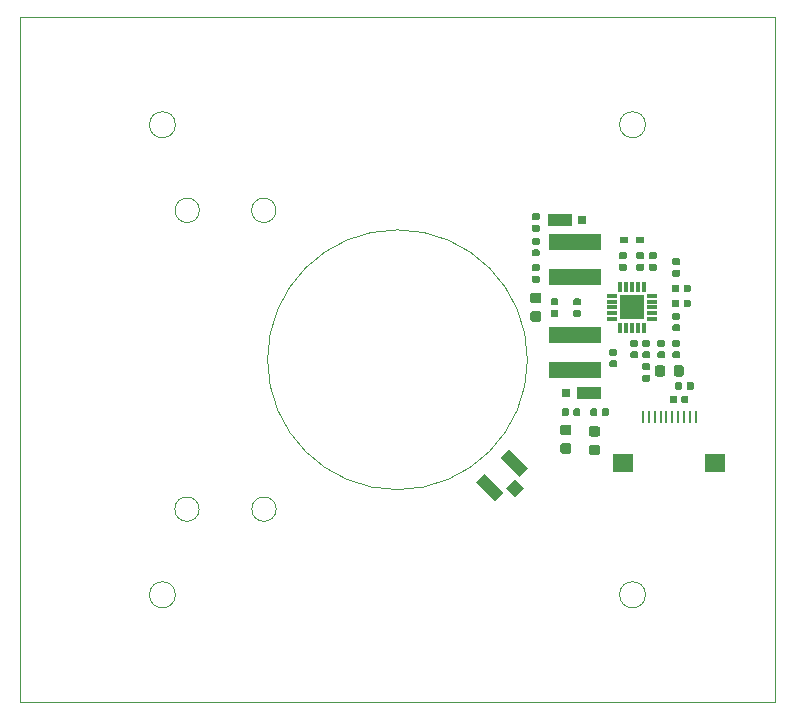
<source format=gbr>
%TF.GenerationSoftware,KiCad,Pcbnew,(5.1.4)-1*%
%TF.CreationDate,2019-10-25T20:54:23-07:00*%
%TF.ProjectId,solarpcd,736f6c61-7270-4636-942e-6b696361645f,rev?*%
%TF.SameCoordinates,Original*%
%TF.FileFunction,Paste,Bot*%
%TF.FilePolarity,Positive*%
%FSLAX46Y46*%
G04 Gerber Fmt 4.6, Leading zero omitted, Abs format (unit mm)*
G04 Created by KiCad (PCBNEW (5.1.4)-1) date 2019-10-25 20:54:23*
%MOMM*%
%LPD*%
G04 APERTURE LIST*
%ADD10C,0.050000*%
%ADD11C,0.120000*%
%ADD12C,0.100000*%
%ADD13C,1.050000*%
%ADD14R,0.800000X0.800000*%
%ADD15R,2.000000X1.100000*%
%ADD16R,1.700000X1.500000*%
%ADD17R,0.250000X1.100000*%
%ADD18C,0.875000*%
%ADD19C,0.590000*%
%ADD20R,0.700000X0.500000*%
%ADD21R,2.150000X2.150000*%
%ADD22R,0.900000X0.300000*%
%ADD23R,0.300000X0.900000*%
%ADD24R,4.394200X1.435100*%
G04 APERTURE END LIST*
D10*
X156000000Y-99000000D02*
G75*
G03X156000000Y-99000000I-11000000J0D01*
G01*
X134727563Y-111650000D02*
G75*
G03X134727563Y-111650000I-1029563J0D01*
G01*
X128202563Y-111650000D02*
G75*
G03X128202563Y-111650000I-1029563J0D01*
G01*
X134704563Y-86350000D02*
G75*
G03X134704563Y-86350000I-1029563J0D01*
G01*
X128229563Y-86350000D02*
G75*
G03X128229563Y-86350000I-1029563J0D01*
G01*
X166000000Y-79100000D02*
G75*
G03X166000000Y-79100000I-1100000J0D01*
G01*
X126200000Y-79100000D02*
G75*
G03X126200000Y-79100000I-1100000J0D01*
G01*
X166000000Y-118900000D02*
G75*
G03X166000000Y-118900000I-1100000J0D01*
G01*
D11*
X126200000Y-118900000D02*
G75*
G03X126200000Y-118900000I-1100000J0D01*
G01*
D12*
X177000000Y-70000000D02*
X113000000Y-70000000D01*
X113000000Y-128000000D02*
X177000000Y-128000000D01*
X177000000Y-128000000D02*
X177000000Y-70000000D01*
X113000000Y-70000000D02*
X113000000Y-128000000D01*
D13*
X154938838Y-109853838D03*
D12*
G36*
X155681300Y-109853838D02*
G01*
X154938838Y-110596300D01*
X154196376Y-109853838D01*
X154938838Y-109111376D01*
X155681300Y-109853838D01*
X155681300Y-109853838D01*
G37*
D13*
X152817517Y-109818483D03*
D12*
G36*
X152393253Y-108651757D02*
G01*
X153984243Y-110242747D01*
X153241781Y-110985209D01*
X151650791Y-109394219D01*
X152393253Y-108651757D01*
X152393253Y-108651757D01*
G37*
D13*
X154903483Y-107732517D03*
D12*
G36*
X154479219Y-106565791D02*
G01*
X156070209Y-108156781D01*
X155327747Y-108899243D01*
X153736757Y-107308253D01*
X154479219Y-106565791D01*
X154479219Y-106565791D01*
G37*
D14*
X160635000Y-87185500D03*
D15*
X158735000Y-87185500D03*
D16*
X164121000Y-107786000D03*
X171921000Y-107786000D03*
D17*
X165771000Y-103886000D03*
X166271000Y-103886000D03*
X166771000Y-103886000D03*
X167271000Y-103886000D03*
X167771000Y-103886000D03*
X168271000Y-103886000D03*
X168771000Y-103886000D03*
X169271000Y-103886000D03*
X169771000Y-103886000D03*
X170271000Y-103886000D03*
D12*
G36*
X167473691Y-99475053D02*
G01*
X167494926Y-99478203D01*
X167515750Y-99483419D01*
X167535962Y-99490651D01*
X167555368Y-99499830D01*
X167573781Y-99510866D01*
X167591024Y-99523654D01*
X167606930Y-99538070D01*
X167621346Y-99553976D01*
X167634134Y-99571219D01*
X167645170Y-99589632D01*
X167654349Y-99609038D01*
X167661581Y-99629250D01*
X167666797Y-99650074D01*
X167669947Y-99671309D01*
X167671000Y-99692750D01*
X167671000Y-100205250D01*
X167669947Y-100226691D01*
X167666797Y-100247926D01*
X167661581Y-100268750D01*
X167654349Y-100288962D01*
X167645170Y-100308368D01*
X167634134Y-100326781D01*
X167621346Y-100344024D01*
X167606930Y-100359930D01*
X167591024Y-100374346D01*
X167573781Y-100387134D01*
X167555368Y-100398170D01*
X167535962Y-100407349D01*
X167515750Y-100414581D01*
X167494926Y-100419797D01*
X167473691Y-100422947D01*
X167452250Y-100424000D01*
X167014750Y-100424000D01*
X166993309Y-100422947D01*
X166972074Y-100419797D01*
X166951250Y-100414581D01*
X166931038Y-100407349D01*
X166911632Y-100398170D01*
X166893219Y-100387134D01*
X166875976Y-100374346D01*
X166860070Y-100359930D01*
X166845654Y-100344024D01*
X166832866Y-100326781D01*
X166821830Y-100308368D01*
X166812651Y-100288962D01*
X166805419Y-100268750D01*
X166800203Y-100247926D01*
X166797053Y-100226691D01*
X166796000Y-100205250D01*
X166796000Y-99692750D01*
X166797053Y-99671309D01*
X166800203Y-99650074D01*
X166805419Y-99629250D01*
X166812651Y-99609038D01*
X166821830Y-99589632D01*
X166832866Y-99571219D01*
X166845654Y-99553976D01*
X166860070Y-99538070D01*
X166875976Y-99523654D01*
X166893219Y-99510866D01*
X166911632Y-99499830D01*
X166931038Y-99490651D01*
X166951250Y-99483419D01*
X166972074Y-99478203D01*
X166993309Y-99475053D01*
X167014750Y-99474000D01*
X167452250Y-99474000D01*
X167473691Y-99475053D01*
X167473691Y-99475053D01*
G37*
D18*
X167233500Y-99949000D03*
D12*
G36*
X169048691Y-99475053D02*
G01*
X169069926Y-99478203D01*
X169090750Y-99483419D01*
X169110962Y-99490651D01*
X169130368Y-99499830D01*
X169148781Y-99510866D01*
X169166024Y-99523654D01*
X169181930Y-99538070D01*
X169196346Y-99553976D01*
X169209134Y-99571219D01*
X169220170Y-99589632D01*
X169229349Y-99609038D01*
X169236581Y-99629250D01*
X169241797Y-99650074D01*
X169244947Y-99671309D01*
X169246000Y-99692750D01*
X169246000Y-100205250D01*
X169244947Y-100226691D01*
X169241797Y-100247926D01*
X169236581Y-100268750D01*
X169229349Y-100288962D01*
X169220170Y-100308368D01*
X169209134Y-100326781D01*
X169196346Y-100344024D01*
X169181930Y-100359930D01*
X169166024Y-100374346D01*
X169148781Y-100387134D01*
X169130368Y-100398170D01*
X169110962Y-100407349D01*
X169090750Y-100414581D01*
X169069926Y-100419797D01*
X169048691Y-100422947D01*
X169027250Y-100424000D01*
X168589750Y-100424000D01*
X168568309Y-100422947D01*
X168547074Y-100419797D01*
X168526250Y-100414581D01*
X168506038Y-100407349D01*
X168486632Y-100398170D01*
X168468219Y-100387134D01*
X168450976Y-100374346D01*
X168435070Y-100359930D01*
X168420654Y-100344024D01*
X168407866Y-100326781D01*
X168396830Y-100308368D01*
X168387651Y-100288962D01*
X168380419Y-100268750D01*
X168375203Y-100247926D01*
X168372053Y-100226691D01*
X168371000Y-100205250D01*
X168371000Y-99692750D01*
X168372053Y-99671309D01*
X168375203Y-99650074D01*
X168380419Y-99629250D01*
X168387651Y-99609038D01*
X168396830Y-99589632D01*
X168407866Y-99571219D01*
X168420654Y-99553976D01*
X168435070Y-99538070D01*
X168450976Y-99523654D01*
X168468219Y-99510866D01*
X168486632Y-99499830D01*
X168506038Y-99490651D01*
X168526250Y-99483419D01*
X168547074Y-99478203D01*
X168568309Y-99475053D01*
X168589750Y-99474000D01*
X169027250Y-99474000D01*
X169048691Y-99475053D01*
X169048691Y-99475053D01*
G37*
D18*
X168808500Y-99949000D03*
D12*
G36*
X158465302Y-94785370D02*
G01*
X158479620Y-94787494D01*
X158493661Y-94791011D01*
X158507290Y-94795888D01*
X158520375Y-94802077D01*
X158532791Y-94809518D01*
X158544417Y-94818141D01*
X158555142Y-94827862D01*
X158564863Y-94838587D01*
X158573486Y-94850213D01*
X158580927Y-94862629D01*
X158587116Y-94875714D01*
X158591993Y-94889343D01*
X158595510Y-94903384D01*
X158597634Y-94917702D01*
X158598344Y-94932160D01*
X158598344Y-95227160D01*
X158597634Y-95241618D01*
X158595510Y-95255936D01*
X158591993Y-95269977D01*
X158587116Y-95283606D01*
X158580927Y-95296691D01*
X158573486Y-95309107D01*
X158564863Y-95320733D01*
X158555142Y-95331458D01*
X158544417Y-95341179D01*
X158532791Y-95349802D01*
X158520375Y-95357243D01*
X158507290Y-95363432D01*
X158493661Y-95368309D01*
X158479620Y-95371826D01*
X158465302Y-95373950D01*
X158450844Y-95374660D01*
X158105844Y-95374660D01*
X158091386Y-95373950D01*
X158077068Y-95371826D01*
X158063027Y-95368309D01*
X158049398Y-95363432D01*
X158036313Y-95357243D01*
X158023897Y-95349802D01*
X158012271Y-95341179D01*
X158001546Y-95331458D01*
X157991825Y-95320733D01*
X157983202Y-95309107D01*
X157975761Y-95296691D01*
X157969572Y-95283606D01*
X157964695Y-95269977D01*
X157961178Y-95255936D01*
X157959054Y-95241618D01*
X157958344Y-95227160D01*
X157958344Y-94932160D01*
X157959054Y-94917702D01*
X157961178Y-94903384D01*
X157964695Y-94889343D01*
X157969572Y-94875714D01*
X157975761Y-94862629D01*
X157983202Y-94850213D01*
X157991825Y-94838587D01*
X158001546Y-94827862D01*
X158012271Y-94818141D01*
X158023897Y-94809518D01*
X158036313Y-94802077D01*
X158049398Y-94795888D01*
X158063027Y-94791011D01*
X158077068Y-94787494D01*
X158091386Y-94785370D01*
X158105844Y-94784660D01*
X158450844Y-94784660D01*
X158465302Y-94785370D01*
X158465302Y-94785370D01*
G37*
D19*
X158278344Y-95079660D03*
D12*
G36*
X158465302Y-93815370D02*
G01*
X158479620Y-93817494D01*
X158493661Y-93821011D01*
X158507290Y-93825888D01*
X158520375Y-93832077D01*
X158532791Y-93839518D01*
X158544417Y-93848141D01*
X158555142Y-93857862D01*
X158564863Y-93868587D01*
X158573486Y-93880213D01*
X158580927Y-93892629D01*
X158587116Y-93905714D01*
X158591993Y-93919343D01*
X158595510Y-93933384D01*
X158597634Y-93947702D01*
X158598344Y-93962160D01*
X158598344Y-94257160D01*
X158597634Y-94271618D01*
X158595510Y-94285936D01*
X158591993Y-94299977D01*
X158587116Y-94313606D01*
X158580927Y-94326691D01*
X158573486Y-94339107D01*
X158564863Y-94350733D01*
X158555142Y-94361458D01*
X158544417Y-94371179D01*
X158532791Y-94379802D01*
X158520375Y-94387243D01*
X158507290Y-94393432D01*
X158493661Y-94398309D01*
X158479620Y-94401826D01*
X158465302Y-94403950D01*
X158450844Y-94404660D01*
X158105844Y-94404660D01*
X158091386Y-94403950D01*
X158077068Y-94401826D01*
X158063027Y-94398309D01*
X158049398Y-94393432D01*
X158036313Y-94387243D01*
X158023897Y-94379802D01*
X158012271Y-94371179D01*
X158001546Y-94361458D01*
X157991825Y-94350733D01*
X157983202Y-94339107D01*
X157975761Y-94326691D01*
X157969572Y-94313606D01*
X157964695Y-94299977D01*
X157961178Y-94285936D01*
X157959054Y-94271618D01*
X157958344Y-94257160D01*
X157958344Y-93962160D01*
X157959054Y-93947702D01*
X157961178Y-93933384D01*
X157964695Y-93919343D01*
X157969572Y-93905714D01*
X157975761Y-93892629D01*
X157983202Y-93880213D01*
X157991825Y-93868587D01*
X158001546Y-93857862D01*
X158012271Y-93848141D01*
X158023897Y-93839518D01*
X158036313Y-93832077D01*
X158049398Y-93825888D01*
X158063027Y-93821011D01*
X158077068Y-93817494D01*
X158091386Y-93815370D01*
X158105844Y-93814660D01*
X158450844Y-93814660D01*
X158465302Y-93815370D01*
X158465302Y-93815370D01*
G37*
D19*
X158278344Y-94109660D03*
D12*
G36*
X161948691Y-106205553D02*
G01*
X161969926Y-106208703D01*
X161990750Y-106213919D01*
X162010962Y-106221151D01*
X162030368Y-106230330D01*
X162048781Y-106241366D01*
X162066024Y-106254154D01*
X162081930Y-106268570D01*
X162096346Y-106284476D01*
X162109134Y-106301719D01*
X162120170Y-106320132D01*
X162129349Y-106339538D01*
X162136581Y-106359750D01*
X162141797Y-106380574D01*
X162144947Y-106401809D01*
X162146000Y-106423250D01*
X162146000Y-106860750D01*
X162144947Y-106882191D01*
X162141797Y-106903426D01*
X162136581Y-106924250D01*
X162129349Y-106944462D01*
X162120170Y-106963868D01*
X162109134Y-106982281D01*
X162096346Y-106999524D01*
X162081930Y-107015430D01*
X162066024Y-107029846D01*
X162048781Y-107042634D01*
X162030368Y-107053670D01*
X162010962Y-107062849D01*
X161990750Y-107070081D01*
X161969926Y-107075297D01*
X161948691Y-107078447D01*
X161927250Y-107079500D01*
X161414750Y-107079500D01*
X161393309Y-107078447D01*
X161372074Y-107075297D01*
X161351250Y-107070081D01*
X161331038Y-107062849D01*
X161311632Y-107053670D01*
X161293219Y-107042634D01*
X161275976Y-107029846D01*
X161260070Y-107015430D01*
X161245654Y-106999524D01*
X161232866Y-106982281D01*
X161221830Y-106963868D01*
X161212651Y-106944462D01*
X161205419Y-106924250D01*
X161200203Y-106903426D01*
X161197053Y-106882191D01*
X161196000Y-106860750D01*
X161196000Y-106423250D01*
X161197053Y-106401809D01*
X161200203Y-106380574D01*
X161205419Y-106359750D01*
X161212651Y-106339538D01*
X161221830Y-106320132D01*
X161232866Y-106301719D01*
X161245654Y-106284476D01*
X161260070Y-106268570D01*
X161275976Y-106254154D01*
X161293219Y-106241366D01*
X161311632Y-106230330D01*
X161331038Y-106221151D01*
X161351250Y-106213919D01*
X161372074Y-106208703D01*
X161393309Y-106205553D01*
X161414750Y-106204500D01*
X161927250Y-106204500D01*
X161948691Y-106205553D01*
X161948691Y-106205553D01*
G37*
D18*
X161671000Y-106642000D03*
D12*
G36*
X161948691Y-104630553D02*
G01*
X161969926Y-104633703D01*
X161990750Y-104638919D01*
X162010962Y-104646151D01*
X162030368Y-104655330D01*
X162048781Y-104666366D01*
X162066024Y-104679154D01*
X162081930Y-104693570D01*
X162096346Y-104709476D01*
X162109134Y-104726719D01*
X162120170Y-104745132D01*
X162129349Y-104764538D01*
X162136581Y-104784750D01*
X162141797Y-104805574D01*
X162144947Y-104826809D01*
X162146000Y-104848250D01*
X162146000Y-105285750D01*
X162144947Y-105307191D01*
X162141797Y-105328426D01*
X162136581Y-105349250D01*
X162129349Y-105369462D01*
X162120170Y-105388868D01*
X162109134Y-105407281D01*
X162096346Y-105424524D01*
X162081930Y-105440430D01*
X162066024Y-105454846D01*
X162048781Y-105467634D01*
X162030368Y-105478670D01*
X162010962Y-105487849D01*
X161990750Y-105495081D01*
X161969926Y-105500297D01*
X161948691Y-105503447D01*
X161927250Y-105504500D01*
X161414750Y-105504500D01*
X161393309Y-105503447D01*
X161372074Y-105500297D01*
X161351250Y-105495081D01*
X161331038Y-105487849D01*
X161311632Y-105478670D01*
X161293219Y-105467634D01*
X161275976Y-105454846D01*
X161260070Y-105440430D01*
X161245654Y-105424524D01*
X161232866Y-105407281D01*
X161221830Y-105388868D01*
X161212651Y-105369462D01*
X161205419Y-105349250D01*
X161200203Y-105328426D01*
X161197053Y-105307191D01*
X161196000Y-105285750D01*
X161196000Y-104848250D01*
X161197053Y-104826809D01*
X161200203Y-104805574D01*
X161205419Y-104784750D01*
X161212651Y-104764538D01*
X161221830Y-104745132D01*
X161232866Y-104726719D01*
X161245654Y-104709476D01*
X161260070Y-104693570D01*
X161275976Y-104679154D01*
X161293219Y-104666366D01*
X161311632Y-104655330D01*
X161331038Y-104646151D01*
X161351250Y-104638919D01*
X161372074Y-104633703D01*
X161393309Y-104630553D01*
X161414750Y-104629500D01*
X161927250Y-104629500D01*
X161948691Y-104630553D01*
X161948691Y-104630553D01*
G37*
D18*
X161671000Y-105067000D03*
D20*
X164211000Y-88900000D03*
X165511000Y-88900000D03*
D21*
X164882344Y-94574660D03*
D22*
X163182344Y-93574660D03*
X163182344Y-94074660D03*
X163182344Y-94574660D03*
X163182344Y-95074660D03*
X163182344Y-95574660D03*
D23*
X163882344Y-96274660D03*
X164382344Y-96274660D03*
X164882344Y-96274660D03*
X165382344Y-96274660D03*
X165882344Y-96274660D03*
D22*
X166582344Y-95574660D03*
X166582344Y-95074660D03*
X166582344Y-94574660D03*
X166582344Y-94074660D03*
X166582344Y-93574660D03*
D23*
X165882344Y-92874660D03*
X165382344Y-92874660D03*
X164882344Y-92874660D03*
X164382344Y-92874660D03*
X163882344Y-92874660D03*
D14*
X159278000Y-101790500D03*
D15*
X161178000Y-101790500D03*
D12*
G36*
X168779458Y-91376710D02*
G01*
X168793776Y-91378834D01*
X168807817Y-91382351D01*
X168821446Y-91387228D01*
X168834531Y-91393417D01*
X168846947Y-91400858D01*
X168858573Y-91409481D01*
X168869298Y-91419202D01*
X168879019Y-91429927D01*
X168887642Y-91441553D01*
X168895083Y-91453969D01*
X168901272Y-91467054D01*
X168906149Y-91480683D01*
X168909666Y-91494724D01*
X168911790Y-91509042D01*
X168912500Y-91523500D01*
X168912500Y-91818500D01*
X168911790Y-91832958D01*
X168909666Y-91847276D01*
X168906149Y-91861317D01*
X168901272Y-91874946D01*
X168895083Y-91888031D01*
X168887642Y-91900447D01*
X168879019Y-91912073D01*
X168869298Y-91922798D01*
X168858573Y-91932519D01*
X168846947Y-91941142D01*
X168834531Y-91948583D01*
X168821446Y-91954772D01*
X168807817Y-91959649D01*
X168793776Y-91963166D01*
X168779458Y-91965290D01*
X168765000Y-91966000D01*
X168420000Y-91966000D01*
X168405542Y-91965290D01*
X168391224Y-91963166D01*
X168377183Y-91959649D01*
X168363554Y-91954772D01*
X168350469Y-91948583D01*
X168338053Y-91941142D01*
X168326427Y-91932519D01*
X168315702Y-91922798D01*
X168305981Y-91912073D01*
X168297358Y-91900447D01*
X168289917Y-91888031D01*
X168283728Y-91874946D01*
X168278851Y-91861317D01*
X168275334Y-91847276D01*
X168273210Y-91832958D01*
X168272500Y-91818500D01*
X168272500Y-91523500D01*
X168273210Y-91509042D01*
X168275334Y-91494724D01*
X168278851Y-91480683D01*
X168283728Y-91467054D01*
X168289917Y-91453969D01*
X168297358Y-91441553D01*
X168305981Y-91429927D01*
X168315702Y-91419202D01*
X168326427Y-91409481D01*
X168338053Y-91400858D01*
X168350469Y-91393417D01*
X168363554Y-91387228D01*
X168377183Y-91382351D01*
X168391224Y-91378834D01*
X168405542Y-91376710D01*
X168420000Y-91376000D01*
X168765000Y-91376000D01*
X168779458Y-91376710D01*
X168779458Y-91376710D01*
G37*
D19*
X168592500Y-91671000D03*
D12*
G36*
X168779458Y-90406710D02*
G01*
X168793776Y-90408834D01*
X168807817Y-90412351D01*
X168821446Y-90417228D01*
X168834531Y-90423417D01*
X168846947Y-90430858D01*
X168858573Y-90439481D01*
X168869298Y-90449202D01*
X168879019Y-90459927D01*
X168887642Y-90471553D01*
X168895083Y-90483969D01*
X168901272Y-90497054D01*
X168906149Y-90510683D01*
X168909666Y-90524724D01*
X168911790Y-90539042D01*
X168912500Y-90553500D01*
X168912500Y-90848500D01*
X168911790Y-90862958D01*
X168909666Y-90877276D01*
X168906149Y-90891317D01*
X168901272Y-90904946D01*
X168895083Y-90918031D01*
X168887642Y-90930447D01*
X168879019Y-90942073D01*
X168869298Y-90952798D01*
X168858573Y-90962519D01*
X168846947Y-90971142D01*
X168834531Y-90978583D01*
X168821446Y-90984772D01*
X168807817Y-90989649D01*
X168793776Y-90993166D01*
X168779458Y-90995290D01*
X168765000Y-90996000D01*
X168420000Y-90996000D01*
X168405542Y-90995290D01*
X168391224Y-90993166D01*
X168377183Y-90989649D01*
X168363554Y-90984772D01*
X168350469Y-90978583D01*
X168338053Y-90971142D01*
X168326427Y-90962519D01*
X168315702Y-90952798D01*
X168305981Y-90942073D01*
X168297358Y-90930447D01*
X168289917Y-90918031D01*
X168283728Y-90904946D01*
X168278851Y-90891317D01*
X168275334Y-90877276D01*
X168273210Y-90862958D01*
X168272500Y-90848500D01*
X168272500Y-90553500D01*
X168273210Y-90539042D01*
X168275334Y-90524724D01*
X168278851Y-90510683D01*
X168283728Y-90497054D01*
X168289917Y-90483969D01*
X168297358Y-90471553D01*
X168305981Y-90459927D01*
X168315702Y-90449202D01*
X168326427Y-90439481D01*
X168338053Y-90430858D01*
X168350469Y-90423417D01*
X168363554Y-90417228D01*
X168377183Y-90412351D01*
X168391224Y-90408834D01*
X168405542Y-90406710D01*
X168420000Y-90406000D01*
X168765000Y-90406000D01*
X168779458Y-90406710D01*
X168779458Y-90406710D01*
G37*
D19*
X168592500Y-90701000D03*
D12*
G36*
X169683958Y-92644710D02*
G01*
X169698276Y-92646834D01*
X169712317Y-92650351D01*
X169725946Y-92655228D01*
X169739031Y-92661417D01*
X169751447Y-92668858D01*
X169763073Y-92677481D01*
X169773798Y-92687202D01*
X169783519Y-92697927D01*
X169792142Y-92709553D01*
X169799583Y-92721969D01*
X169805772Y-92735054D01*
X169810649Y-92748683D01*
X169814166Y-92762724D01*
X169816290Y-92777042D01*
X169817000Y-92791500D01*
X169817000Y-93136500D01*
X169816290Y-93150958D01*
X169814166Y-93165276D01*
X169810649Y-93179317D01*
X169805772Y-93192946D01*
X169799583Y-93206031D01*
X169792142Y-93218447D01*
X169783519Y-93230073D01*
X169773798Y-93240798D01*
X169763073Y-93250519D01*
X169751447Y-93259142D01*
X169739031Y-93266583D01*
X169725946Y-93272772D01*
X169712317Y-93277649D01*
X169698276Y-93281166D01*
X169683958Y-93283290D01*
X169669500Y-93284000D01*
X169374500Y-93284000D01*
X169360042Y-93283290D01*
X169345724Y-93281166D01*
X169331683Y-93277649D01*
X169318054Y-93272772D01*
X169304969Y-93266583D01*
X169292553Y-93259142D01*
X169280927Y-93250519D01*
X169270202Y-93240798D01*
X169260481Y-93230073D01*
X169251858Y-93218447D01*
X169244417Y-93206031D01*
X169238228Y-93192946D01*
X169233351Y-93179317D01*
X169229834Y-93165276D01*
X169227710Y-93150958D01*
X169227000Y-93136500D01*
X169227000Y-92791500D01*
X169227710Y-92777042D01*
X169229834Y-92762724D01*
X169233351Y-92748683D01*
X169238228Y-92735054D01*
X169244417Y-92721969D01*
X169251858Y-92709553D01*
X169260481Y-92697927D01*
X169270202Y-92687202D01*
X169280927Y-92677481D01*
X169292553Y-92668858D01*
X169304969Y-92661417D01*
X169318054Y-92655228D01*
X169331683Y-92650351D01*
X169345724Y-92646834D01*
X169360042Y-92644710D01*
X169374500Y-92644000D01*
X169669500Y-92644000D01*
X169683958Y-92644710D01*
X169683958Y-92644710D01*
G37*
D19*
X169522000Y-92964000D03*
D12*
G36*
X168713958Y-92644710D02*
G01*
X168728276Y-92646834D01*
X168742317Y-92650351D01*
X168755946Y-92655228D01*
X168769031Y-92661417D01*
X168781447Y-92668858D01*
X168793073Y-92677481D01*
X168803798Y-92687202D01*
X168813519Y-92697927D01*
X168822142Y-92709553D01*
X168829583Y-92721969D01*
X168835772Y-92735054D01*
X168840649Y-92748683D01*
X168844166Y-92762724D01*
X168846290Y-92777042D01*
X168847000Y-92791500D01*
X168847000Y-93136500D01*
X168846290Y-93150958D01*
X168844166Y-93165276D01*
X168840649Y-93179317D01*
X168835772Y-93192946D01*
X168829583Y-93206031D01*
X168822142Y-93218447D01*
X168813519Y-93230073D01*
X168803798Y-93240798D01*
X168793073Y-93250519D01*
X168781447Y-93259142D01*
X168769031Y-93266583D01*
X168755946Y-93272772D01*
X168742317Y-93277649D01*
X168728276Y-93281166D01*
X168713958Y-93283290D01*
X168699500Y-93284000D01*
X168404500Y-93284000D01*
X168390042Y-93283290D01*
X168375724Y-93281166D01*
X168361683Y-93277649D01*
X168348054Y-93272772D01*
X168334969Y-93266583D01*
X168322553Y-93259142D01*
X168310927Y-93250519D01*
X168300202Y-93240798D01*
X168290481Y-93230073D01*
X168281858Y-93218447D01*
X168274417Y-93206031D01*
X168268228Y-93192946D01*
X168263351Y-93179317D01*
X168259834Y-93165276D01*
X168257710Y-93150958D01*
X168257000Y-93136500D01*
X168257000Y-92791500D01*
X168257710Y-92777042D01*
X168259834Y-92762724D01*
X168263351Y-92748683D01*
X168268228Y-92735054D01*
X168274417Y-92721969D01*
X168281858Y-92709553D01*
X168290481Y-92697927D01*
X168300202Y-92687202D01*
X168310927Y-92677481D01*
X168322553Y-92668858D01*
X168334969Y-92661417D01*
X168348054Y-92655228D01*
X168361683Y-92650351D01*
X168375724Y-92646834D01*
X168390042Y-92644710D01*
X168404500Y-92644000D01*
X168699500Y-92644000D01*
X168713958Y-92644710D01*
X168713958Y-92644710D01*
G37*
D19*
X168552000Y-92964000D03*
D12*
G36*
X156904958Y-90914710D02*
G01*
X156919276Y-90916834D01*
X156933317Y-90920351D01*
X156946946Y-90925228D01*
X156960031Y-90931417D01*
X156972447Y-90938858D01*
X156984073Y-90947481D01*
X156994798Y-90957202D01*
X157004519Y-90967927D01*
X157013142Y-90979553D01*
X157020583Y-90991969D01*
X157026772Y-91005054D01*
X157031649Y-91018683D01*
X157035166Y-91032724D01*
X157037290Y-91047042D01*
X157038000Y-91061500D01*
X157038000Y-91356500D01*
X157037290Y-91370958D01*
X157035166Y-91385276D01*
X157031649Y-91399317D01*
X157026772Y-91412946D01*
X157020583Y-91426031D01*
X157013142Y-91438447D01*
X157004519Y-91450073D01*
X156994798Y-91460798D01*
X156984073Y-91470519D01*
X156972447Y-91479142D01*
X156960031Y-91486583D01*
X156946946Y-91492772D01*
X156933317Y-91497649D01*
X156919276Y-91501166D01*
X156904958Y-91503290D01*
X156890500Y-91504000D01*
X156545500Y-91504000D01*
X156531042Y-91503290D01*
X156516724Y-91501166D01*
X156502683Y-91497649D01*
X156489054Y-91492772D01*
X156475969Y-91486583D01*
X156463553Y-91479142D01*
X156451927Y-91470519D01*
X156441202Y-91460798D01*
X156431481Y-91450073D01*
X156422858Y-91438447D01*
X156415417Y-91426031D01*
X156409228Y-91412946D01*
X156404351Y-91399317D01*
X156400834Y-91385276D01*
X156398710Y-91370958D01*
X156398000Y-91356500D01*
X156398000Y-91061500D01*
X156398710Y-91047042D01*
X156400834Y-91032724D01*
X156404351Y-91018683D01*
X156409228Y-91005054D01*
X156415417Y-90991969D01*
X156422858Y-90979553D01*
X156431481Y-90967927D01*
X156441202Y-90957202D01*
X156451927Y-90947481D01*
X156463553Y-90938858D01*
X156475969Y-90931417D01*
X156489054Y-90925228D01*
X156502683Y-90920351D01*
X156516724Y-90916834D01*
X156531042Y-90914710D01*
X156545500Y-90914000D01*
X156890500Y-90914000D01*
X156904958Y-90914710D01*
X156904958Y-90914710D01*
G37*
D19*
X156718000Y-91209000D03*
D12*
G36*
X156904958Y-91884710D02*
G01*
X156919276Y-91886834D01*
X156933317Y-91890351D01*
X156946946Y-91895228D01*
X156960031Y-91901417D01*
X156972447Y-91908858D01*
X156984073Y-91917481D01*
X156994798Y-91927202D01*
X157004519Y-91937927D01*
X157013142Y-91949553D01*
X157020583Y-91961969D01*
X157026772Y-91975054D01*
X157031649Y-91988683D01*
X157035166Y-92002724D01*
X157037290Y-92017042D01*
X157038000Y-92031500D01*
X157038000Y-92326500D01*
X157037290Y-92340958D01*
X157035166Y-92355276D01*
X157031649Y-92369317D01*
X157026772Y-92382946D01*
X157020583Y-92396031D01*
X157013142Y-92408447D01*
X157004519Y-92420073D01*
X156994798Y-92430798D01*
X156984073Y-92440519D01*
X156972447Y-92449142D01*
X156960031Y-92456583D01*
X156946946Y-92462772D01*
X156933317Y-92467649D01*
X156919276Y-92471166D01*
X156904958Y-92473290D01*
X156890500Y-92474000D01*
X156545500Y-92474000D01*
X156531042Y-92473290D01*
X156516724Y-92471166D01*
X156502683Y-92467649D01*
X156489054Y-92462772D01*
X156475969Y-92456583D01*
X156463553Y-92449142D01*
X156451927Y-92440519D01*
X156441202Y-92430798D01*
X156431481Y-92420073D01*
X156422858Y-92408447D01*
X156415417Y-92396031D01*
X156409228Y-92382946D01*
X156404351Y-92369317D01*
X156400834Y-92355276D01*
X156398710Y-92340958D01*
X156398000Y-92326500D01*
X156398000Y-92031500D01*
X156398710Y-92017042D01*
X156400834Y-92002724D01*
X156404351Y-91988683D01*
X156409228Y-91975054D01*
X156415417Y-91961969D01*
X156422858Y-91949553D01*
X156431481Y-91937927D01*
X156441202Y-91927202D01*
X156451927Y-91917481D01*
X156463553Y-91908858D01*
X156475969Y-91901417D01*
X156489054Y-91895228D01*
X156502683Y-91890351D01*
X156516724Y-91886834D01*
X156531042Y-91884710D01*
X156545500Y-91884000D01*
X156890500Y-91884000D01*
X156904958Y-91884710D01*
X156904958Y-91884710D01*
G37*
D19*
X156718000Y-92179000D03*
D12*
G36*
X160397458Y-94785370D02*
G01*
X160411776Y-94787494D01*
X160425817Y-94791011D01*
X160439446Y-94795888D01*
X160452531Y-94802077D01*
X160464947Y-94809518D01*
X160476573Y-94818141D01*
X160487298Y-94827862D01*
X160497019Y-94838587D01*
X160505642Y-94850213D01*
X160513083Y-94862629D01*
X160519272Y-94875714D01*
X160524149Y-94889343D01*
X160527666Y-94903384D01*
X160529790Y-94917702D01*
X160530500Y-94932160D01*
X160530500Y-95227160D01*
X160529790Y-95241618D01*
X160527666Y-95255936D01*
X160524149Y-95269977D01*
X160519272Y-95283606D01*
X160513083Y-95296691D01*
X160505642Y-95309107D01*
X160497019Y-95320733D01*
X160487298Y-95331458D01*
X160476573Y-95341179D01*
X160464947Y-95349802D01*
X160452531Y-95357243D01*
X160439446Y-95363432D01*
X160425817Y-95368309D01*
X160411776Y-95371826D01*
X160397458Y-95373950D01*
X160383000Y-95374660D01*
X160038000Y-95374660D01*
X160023542Y-95373950D01*
X160009224Y-95371826D01*
X159995183Y-95368309D01*
X159981554Y-95363432D01*
X159968469Y-95357243D01*
X159956053Y-95349802D01*
X159944427Y-95341179D01*
X159933702Y-95331458D01*
X159923981Y-95320733D01*
X159915358Y-95309107D01*
X159907917Y-95296691D01*
X159901728Y-95283606D01*
X159896851Y-95269977D01*
X159893334Y-95255936D01*
X159891210Y-95241618D01*
X159890500Y-95227160D01*
X159890500Y-94932160D01*
X159891210Y-94917702D01*
X159893334Y-94903384D01*
X159896851Y-94889343D01*
X159901728Y-94875714D01*
X159907917Y-94862629D01*
X159915358Y-94850213D01*
X159923981Y-94838587D01*
X159933702Y-94827862D01*
X159944427Y-94818141D01*
X159956053Y-94809518D01*
X159968469Y-94802077D01*
X159981554Y-94795888D01*
X159995183Y-94791011D01*
X160009224Y-94787494D01*
X160023542Y-94785370D01*
X160038000Y-94784660D01*
X160383000Y-94784660D01*
X160397458Y-94785370D01*
X160397458Y-94785370D01*
G37*
D19*
X160210500Y-95079660D03*
D12*
G36*
X160397458Y-93815370D02*
G01*
X160411776Y-93817494D01*
X160425817Y-93821011D01*
X160439446Y-93825888D01*
X160452531Y-93832077D01*
X160464947Y-93839518D01*
X160476573Y-93848141D01*
X160487298Y-93857862D01*
X160497019Y-93868587D01*
X160505642Y-93880213D01*
X160513083Y-93892629D01*
X160519272Y-93905714D01*
X160524149Y-93919343D01*
X160527666Y-93933384D01*
X160529790Y-93947702D01*
X160530500Y-93962160D01*
X160530500Y-94257160D01*
X160529790Y-94271618D01*
X160527666Y-94285936D01*
X160524149Y-94299977D01*
X160519272Y-94313606D01*
X160513083Y-94326691D01*
X160505642Y-94339107D01*
X160497019Y-94350733D01*
X160487298Y-94361458D01*
X160476573Y-94371179D01*
X160464947Y-94379802D01*
X160452531Y-94387243D01*
X160439446Y-94393432D01*
X160425817Y-94398309D01*
X160411776Y-94401826D01*
X160397458Y-94403950D01*
X160383000Y-94404660D01*
X160038000Y-94404660D01*
X160023542Y-94403950D01*
X160009224Y-94401826D01*
X159995183Y-94398309D01*
X159981554Y-94393432D01*
X159968469Y-94387243D01*
X159956053Y-94379802D01*
X159944427Y-94371179D01*
X159933702Y-94361458D01*
X159923981Y-94350733D01*
X159915358Y-94339107D01*
X159907917Y-94326691D01*
X159901728Y-94313606D01*
X159896851Y-94299977D01*
X159893334Y-94285936D01*
X159891210Y-94271618D01*
X159890500Y-94257160D01*
X159890500Y-93962160D01*
X159891210Y-93947702D01*
X159893334Y-93933384D01*
X159896851Y-93919343D01*
X159901728Y-93905714D01*
X159907917Y-93892629D01*
X159915358Y-93880213D01*
X159923981Y-93868587D01*
X159933702Y-93857862D01*
X159944427Y-93848141D01*
X159956053Y-93839518D01*
X159968469Y-93832077D01*
X159981554Y-93825888D01*
X159995183Y-93821011D01*
X160009224Y-93817494D01*
X160023542Y-93815370D01*
X160038000Y-93814660D01*
X160383000Y-93814660D01*
X160397458Y-93815370D01*
X160397458Y-93815370D01*
G37*
D19*
X160210500Y-94109660D03*
D12*
G36*
X159535691Y-106078553D02*
G01*
X159556926Y-106081703D01*
X159577750Y-106086919D01*
X159597962Y-106094151D01*
X159617368Y-106103330D01*
X159635781Y-106114366D01*
X159653024Y-106127154D01*
X159668930Y-106141570D01*
X159683346Y-106157476D01*
X159696134Y-106174719D01*
X159707170Y-106193132D01*
X159716349Y-106212538D01*
X159723581Y-106232750D01*
X159728797Y-106253574D01*
X159731947Y-106274809D01*
X159733000Y-106296250D01*
X159733000Y-106733750D01*
X159731947Y-106755191D01*
X159728797Y-106776426D01*
X159723581Y-106797250D01*
X159716349Y-106817462D01*
X159707170Y-106836868D01*
X159696134Y-106855281D01*
X159683346Y-106872524D01*
X159668930Y-106888430D01*
X159653024Y-106902846D01*
X159635781Y-106915634D01*
X159617368Y-106926670D01*
X159597962Y-106935849D01*
X159577750Y-106943081D01*
X159556926Y-106948297D01*
X159535691Y-106951447D01*
X159514250Y-106952500D01*
X159001750Y-106952500D01*
X158980309Y-106951447D01*
X158959074Y-106948297D01*
X158938250Y-106943081D01*
X158918038Y-106935849D01*
X158898632Y-106926670D01*
X158880219Y-106915634D01*
X158862976Y-106902846D01*
X158847070Y-106888430D01*
X158832654Y-106872524D01*
X158819866Y-106855281D01*
X158808830Y-106836868D01*
X158799651Y-106817462D01*
X158792419Y-106797250D01*
X158787203Y-106776426D01*
X158784053Y-106755191D01*
X158783000Y-106733750D01*
X158783000Y-106296250D01*
X158784053Y-106274809D01*
X158787203Y-106253574D01*
X158792419Y-106232750D01*
X158799651Y-106212538D01*
X158808830Y-106193132D01*
X158819866Y-106174719D01*
X158832654Y-106157476D01*
X158847070Y-106141570D01*
X158862976Y-106127154D01*
X158880219Y-106114366D01*
X158898632Y-106103330D01*
X158918038Y-106094151D01*
X158938250Y-106086919D01*
X158959074Y-106081703D01*
X158980309Y-106078553D01*
X159001750Y-106077500D01*
X159514250Y-106077500D01*
X159535691Y-106078553D01*
X159535691Y-106078553D01*
G37*
D18*
X159258000Y-106515000D03*
D12*
G36*
X159535691Y-104503553D02*
G01*
X159556926Y-104506703D01*
X159577750Y-104511919D01*
X159597962Y-104519151D01*
X159617368Y-104528330D01*
X159635781Y-104539366D01*
X159653024Y-104552154D01*
X159668930Y-104566570D01*
X159683346Y-104582476D01*
X159696134Y-104599719D01*
X159707170Y-104618132D01*
X159716349Y-104637538D01*
X159723581Y-104657750D01*
X159728797Y-104678574D01*
X159731947Y-104699809D01*
X159733000Y-104721250D01*
X159733000Y-105158750D01*
X159731947Y-105180191D01*
X159728797Y-105201426D01*
X159723581Y-105222250D01*
X159716349Y-105242462D01*
X159707170Y-105261868D01*
X159696134Y-105280281D01*
X159683346Y-105297524D01*
X159668930Y-105313430D01*
X159653024Y-105327846D01*
X159635781Y-105340634D01*
X159617368Y-105351670D01*
X159597962Y-105360849D01*
X159577750Y-105368081D01*
X159556926Y-105373297D01*
X159535691Y-105376447D01*
X159514250Y-105377500D01*
X159001750Y-105377500D01*
X158980309Y-105376447D01*
X158959074Y-105373297D01*
X158938250Y-105368081D01*
X158918038Y-105360849D01*
X158898632Y-105351670D01*
X158880219Y-105340634D01*
X158862976Y-105327846D01*
X158847070Y-105313430D01*
X158832654Y-105297524D01*
X158819866Y-105280281D01*
X158808830Y-105261868D01*
X158799651Y-105242462D01*
X158792419Y-105222250D01*
X158787203Y-105201426D01*
X158784053Y-105180191D01*
X158783000Y-105158750D01*
X158783000Y-104721250D01*
X158784053Y-104699809D01*
X158787203Y-104678574D01*
X158792419Y-104657750D01*
X158799651Y-104637538D01*
X158808830Y-104618132D01*
X158819866Y-104599719D01*
X158832654Y-104582476D01*
X158847070Y-104566570D01*
X158862976Y-104552154D01*
X158880219Y-104539366D01*
X158898632Y-104528330D01*
X158918038Y-104519151D01*
X158938250Y-104511919D01*
X158959074Y-104506703D01*
X158980309Y-104503553D01*
X159001750Y-104502500D01*
X159514250Y-104502500D01*
X159535691Y-104503553D01*
X159535691Y-104503553D01*
G37*
D18*
X159258000Y-104940000D03*
D12*
G36*
X162762458Y-103122210D02*
G01*
X162776776Y-103124334D01*
X162790817Y-103127851D01*
X162804446Y-103132728D01*
X162817531Y-103138917D01*
X162829947Y-103146358D01*
X162841573Y-103154981D01*
X162852298Y-103164702D01*
X162862019Y-103175427D01*
X162870642Y-103187053D01*
X162878083Y-103199469D01*
X162884272Y-103212554D01*
X162889149Y-103226183D01*
X162892666Y-103240224D01*
X162894790Y-103254542D01*
X162895500Y-103269000D01*
X162895500Y-103614000D01*
X162894790Y-103628458D01*
X162892666Y-103642776D01*
X162889149Y-103656817D01*
X162884272Y-103670446D01*
X162878083Y-103683531D01*
X162870642Y-103695947D01*
X162862019Y-103707573D01*
X162852298Y-103718298D01*
X162841573Y-103728019D01*
X162829947Y-103736642D01*
X162817531Y-103744083D01*
X162804446Y-103750272D01*
X162790817Y-103755149D01*
X162776776Y-103758666D01*
X162762458Y-103760790D01*
X162748000Y-103761500D01*
X162453000Y-103761500D01*
X162438542Y-103760790D01*
X162424224Y-103758666D01*
X162410183Y-103755149D01*
X162396554Y-103750272D01*
X162383469Y-103744083D01*
X162371053Y-103736642D01*
X162359427Y-103728019D01*
X162348702Y-103718298D01*
X162338981Y-103707573D01*
X162330358Y-103695947D01*
X162322917Y-103683531D01*
X162316728Y-103670446D01*
X162311851Y-103656817D01*
X162308334Y-103642776D01*
X162306210Y-103628458D01*
X162305500Y-103614000D01*
X162305500Y-103269000D01*
X162306210Y-103254542D01*
X162308334Y-103240224D01*
X162311851Y-103226183D01*
X162316728Y-103212554D01*
X162322917Y-103199469D01*
X162330358Y-103187053D01*
X162338981Y-103175427D01*
X162348702Y-103164702D01*
X162359427Y-103154981D01*
X162371053Y-103146358D01*
X162383469Y-103138917D01*
X162396554Y-103132728D01*
X162410183Y-103127851D01*
X162424224Y-103124334D01*
X162438542Y-103122210D01*
X162453000Y-103121500D01*
X162748000Y-103121500D01*
X162762458Y-103122210D01*
X162762458Y-103122210D01*
G37*
D19*
X162600500Y-103441500D03*
D12*
G36*
X161792458Y-103122210D02*
G01*
X161806776Y-103124334D01*
X161820817Y-103127851D01*
X161834446Y-103132728D01*
X161847531Y-103138917D01*
X161859947Y-103146358D01*
X161871573Y-103154981D01*
X161882298Y-103164702D01*
X161892019Y-103175427D01*
X161900642Y-103187053D01*
X161908083Y-103199469D01*
X161914272Y-103212554D01*
X161919149Y-103226183D01*
X161922666Y-103240224D01*
X161924790Y-103254542D01*
X161925500Y-103269000D01*
X161925500Y-103614000D01*
X161924790Y-103628458D01*
X161922666Y-103642776D01*
X161919149Y-103656817D01*
X161914272Y-103670446D01*
X161908083Y-103683531D01*
X161900642Y-103695947D01*
X161892019Y-103707573D01*
X161882298Y-103718298D01*
X161871573Y-103728019D01*
X161859947Y-103736642D01*
X161847531Y-103744083D01*
X161834446Y-103750272D01*
X161820817Y-103755149D01*
X161806776Y-103758666D01*
X161792458Y-103760790D01*
X161778000Y-103761500D01*
X161483000Y-103761500D01*
X161468542Y-103760790D01*
X161454224Y-103758666D01*
X161440183Y-103755149D01*
X161426554Y-103750272D01*
X161413469Y-103744083D01*
X161401053Y-103736642D01*
X161389427Y-103728019D01*
X161378702Y-103718298D01*
X161368981Y-103707573D01*
X161360358Y-103695947D01*
X161352917Y-103683531D01*
X161346728Y-103670446D01*
X161341851Y-103656817D01*
X161338334Y-103642776D01*
X161336210Y-103628458D01*
X161335500Y-103614000D01*
X161335500Y-103269000D01*
X161336210Y-103254542D01*
X161338334Y-103240224D01*
X161341851Y-103226183D01*
X161346728Y-103212554D01*
X161352917Y-103199469D01*
X161360358Y-103187053D01*
X161368981Y-103175427D01*
X161378702Y-103164702D01*
X161389427Y-103154981D01*
X161401053Y-103146358D01*
X161413469Y-103138917D01*
X161426554Y-103132728D01*
X161440183Y-103127851D01*
X161454224Y-103124334D01*
X161468542Y-103122210D01*
X161483000Y-103121500D01*
X161778000Y-103121500D01*
X161792458Y-103122210D01*
X161792458Y-103122210D01*
G37*
D19*
X161630500Y-103441500D03*
D12*
G36*
X168713958Y-93914710D02*
G01*
X168728276Y-93916834D01*
X168742317Y-93920351D01*
X168755946Y-93925228D01*
X168769031Y-93931417D01*
X168781447Y-93938858D01*
X168793073Y-93947481D01*
X168803798Y-93957202D01*
X168813519Y-93967927D01*
X168822142Y-93979553D01*
X168829583Y-93991969D01*
X168835772Y-94005054D01*
X168840649Y-94018683D01*
X168844166Y-94032724D01*
X168846290Y-94047042D01*
X168847000Y-94061500D01*
X168847000Y-94406500D01*
X168846290Y-94420958D01*
X168844166Y-94435276D01*
X168840649Y-94449317D01*
X168835772Y-94462946D01*
X168829583Y-94476031D01*
X168822142Y-94488447D01*
X168813519Y-94500073D01*
X168803798Y-94510798D01*
X168793073Y-94520519D01*
X168781447Y-94529142D01*
X168769031Y-94536583D01*
X168755946Y-94542772D01*
X168742317Y-94547649D01*
X168728276Y-94551166D01*
X168713958Y-94553290D01*
X168699500Y-94554000D01*
X168404500Y-94554000D01*
X168390042Y-94553290D01*
X168375724Y-94551166D01*
X168361683Y-94547649D01*
X168348054Y-94542772D01*
X168334969Y-94536583D01*
X168322553Y-94529142D01*
X168310927Y-94520519D01*
X168300202Y-94510798D01*
X168290481Y-94500073D01*
X168281858Y-94488447D01*
X168274417Y-94476031D01*
X168268228Y-94462946D01*
X168263351Y-94449317D01*
X168259834Y-94435276D01*
X168257710Y-94420958D01*
X168257000Y-94406500D01*
X168257000Y-94061500D01*
X168257710Y-94047042D01*
X168259834Y-94032724D01*
X168263351Y-94018683D01*
X168268228Y-94005054D01*
X168274417Y-93991969D01*
X168281858Y-93979553D01*
X168290481Y-93967927D01*
X168300202Y-93957202D01*
X168310927Y-93947481D01*
X168322553Y-93938858D01*
X168334969Y-93931417D01*
X168348054Y-93925228D01*
X168361683Y-93920351D01*
X168375724Y-93916834D01*
X168390042Y-93914710D01*
X168404500Y-93914000D01*
X168699500Y-93914000D01*
X168713958Y-93914710D01*
X168713958Y-93914710D01*
G37*
D19*
X168552000Y-94234000D03*
D12*
G36*
X169683958Y-93914710D02*
G01*
X169698276Y-93916834D01*
X169712317Y-93920351D01*
X169725946Y-93925228D01*
X169739031Y-93931417D01*
X169751447Y-93938858D01*
X169763073Y-93947481D01*
X169773798Y-93957202D01*
X169783519Y-93967927D01*
X169792142Y-93979553D01*
X169799583Y-93991969D01*
X169805772Y-94005054D01*
X169810649Y-94018683D01*
X169814166Y-94032724D01*
X169816290Y-94047042D01*
X169817000Y-94061500D01*
X169817000Y-94406500D01*
X169816290Y-94420958D01*
X169814166Y-94435276D01*
X169810649Y-94449317D01*
X169805772Y-94462946D01*
X169799583Y-94476031D01*
X169792142Y-94488447D01*
X169783519Y-94500073D01*
X169773798Y-94510798D01*
X169763073Y-94520519D01*
X169751447Y-94529142D01*
X169739031Y-94536583D01*
X169725946Y-94542772D01*
X169712317Y-94547649D01*
X169698276Y-94551166D01*
X169683958Y-94553290D01*
X169669500Y-94554000D01*
X169374500Y-94554000D01*
X169360042Y-94553290D01*
X169345724Y-94551166D01*
X169331683Y-94547649D01*
X169318054Y-94542772D01*
X169304969Y-94536583D01*
X169292553Y-94529142D01*
X169280927Y-94520519D01*
X169270202Y-94510798D01*
X169260481Y-94500073D01*
X169251858Y-94488447D01*
X169244417Y-94476031D01*
X169238228Y-94462946D01*
X169233351Y-94449317D01*
X169229834Y-94435276D01*
X169227710Y-94420958D01*
X169227000Y-94406500D01*
X169227000Y-94061500D01*
X169227710Y-94047042D01*
X169229834Y-94032724D01*
X169233351Y-94018683D01*
X169238228Y-94005054D01*
X169244417Y-93991969D01*
X169251858Y-93979553D01*
X169260481Y-93967927D01*
X169270202Y-93957202D01*
X169280927Y-93947481D01*
X169292553Y-93938858D01*
X169304969Y-93931417D01*
X169318054Y-93925228D01*
X169331683Y-93920351D01*
X169345724Y-93916834D01*
X169360042Y-93914710D01*
X169374500Y-93914000D01*
X169669500Y-93914000D01*
X169683958Y-93914710D01*
X169683958Y-93914710D01*
G37*
D19*
X169522000Y-94234000D03*
D12*
G36*
X166239458Y-97328210D02*
G01*
X166253776Y-97330334D01*
X166267817Y-97333851D01*
X166281446Y-97338728D01*
X166294531Y-97344917D01*
X166306947Y-97352358D01*
X166318573Y-97360981D01*
X166329298Y-97370702D01*
X166339019Y-97381427D01*
X166347642Y-97393053D01*
X166355083Y-97405469D01*
X166361272Y-97418554D01*
X166366149Y-97432183D01*
X166369666Y-97446224D01*
X166371790Y-97460542D01*
X166372500Y-97475000D01*
X166372500Y-97770000D01*
X166371790Y-97784458D01*
X166369666Y-97798776D01*
X166366149Y-97812817D01*
X166361272Y-97826446D01*
X166355083Y-97839531D01*
X166347642Y-97851947D01*
X166339019Y-97863573D01*
X166329298Y-97874298D01*
X166318573Y-97884019D01*
X166306947Y-97892642D01*
X166294531Y-97900083D01*
X166281446Y-97906272D01*
X166267817Y-97911149D01*
X166253776Y-97914666D01*
X166239458Y-97916790D01*
X166225000Y-97917500D01*
X165880000Y-97917500D01*
X165865542Y-97916790D01*
X165851224Y-97914666D01*
X165837183Y-97911149D01*
X165823554Y-97906272D01*
X165810469Y-97900083D01*
X165798053Y-97892642D01*
X165786427Y-97884019D01*
X165775702Y-97874298D01*
X165765981Y-97863573D01*
X165757358Y-97851947D01*
X165749917Y-97839531D01*
X165743728Y-97826446D01*
X165738851Y-97812817D01*
X165735334Y-97798776D01*
X165733210Y-97784458D01*
X165732500Y-97770000D01*
X165732500Y-97475000D01*
X165733210Y-97460542D01*
X165735334Y-97446224D01*
X165738851Y-97432183D01*
X165743728Y-97418554D01*
X165749917Y-97405469D01*
X165757358Y-97393053D01*
X165765981Y-97381427D01*
X165775702Y-97370702D01*
X165786427Y-97360981D01*
X165798053Y-97352358D01*
X165810469Y-97344917D01*
X165823554Y-97338728D01*
X165837183Y-97333851D01*
X165851224Y-97330334D01*
X165865542Y-97328210D01*
X165880000Y-97327500D01*
X166225000Y-97327500D01*
X166239458Y-97328210D01*
X166239458Y-97328210D01*
G37*
D19*
X166052500Y-97622500D03*
D12*
G36*
X166239458Y-98298210D02*
G01*
X166253776Y-98300334D01*
X166267817Y-98303851D01*
X166281446Y-98308728D01*
X166294531Y-98314917D01*
X166306947Y-98322358D01*
X166318573Y-98330981D01*
X166329298Y-98340702D01*
X166339019Y-98351427D01*
X166347642Y-98363053D01*
X166355083Y-98375469D01*
X166361272Y-98388554D01*
X166366149Y-98402183D01*
X166369666Y-98416224D01*
X166371790Y-98430542D01*
X166372500Y-98445000D01*
X166372500Y-98740000D01*
X166371790Y-98754458D01*
X166369666Y-98768776D01*
X166366149Y-98782817D01*
X166361272Y-98796446D01*
X166355083Y-98809531D01*
X166347642Y-98821947D01*
X166339019Y-98833573D01*
X166329298Y-98844298D01*
X166318573Y-98854019D01*
X166306947Y-98862642D01*
X166294531Y-98870083D01*
X166281446Y-98876272D01*
X166267817Y-98881149D01*
X166253776Y-98884666D01*
X166239458Y-98886790D01*
X166225000Y-98887500D01*
X165880000Y-98887500D01*
X165865542Y-98886790D01*
X165851224Y-98884666D01*
X165837183Y-98881149D01*
X165823554Y-98876272D01*
X165810469Y-98870083D01*
X165798053Y-98862642D01*
X165786427Y-98854019D01*
X165775702Y-98844298D01*
X165765981Y-98833573D01*
X165757358Y-98821947D01*
X165749917Y-98809531D01*
X165743728Y-98796446D01*
X165738851Y-98782817D01*
X165735334Y-98768776D01*
X165733210Y-98754458D01*
X165732500Y-98740000D01*
X165732500Y-98445000D01*
X165733210Y-98430542D01*
X165735334Y-98416224D01*
X165738851Y-98402183D01*
X165743728Y-98388554D01*
X165749917Y-98375469D01*
X165757358Y-98363053D01*
X165765981Y-98351427D01*
X165775702Y-98340702D01*
X165786427Y-98330981D01*
X165798053Y-98322358D01*
X165810469Y-98314917D01*
X165823554Y-98308728D01*
X165837183Y-98303851D01*
X165851224Y-98300334D01*
X165865542Y-98298210D01*
X165880000Y-98297500D01*
X166225000Y-98297500D01*
X166239458Y-98298210D01*
X166239458Y-98298210D01*
G37*
D19*
X166052500Y-98592500D03*
D12*
G36*
X168779458Y-97328210D02*
G01*
X168793776Y-97330334D01*
X168807817Y-97333851D01*
X168821446Y-97338728D01*
X168834531Y-97344917D01*
X168846947Y-97352358D01*
X168858573Y-97360981D01*
X168869298Y-97370702D01*
X168879019Y-97381427D01*
X168887642Y-97393053D01*
X168895083Y-97405469D01*
X168901272Y-97418554D01*
X168906149Y-97432183D01*
X168909666Y-97446224D01*
X168911790Y-97460542D01*
X168912500Y-97475000D01*
X168912500Y-97770000D01*
X168911790Y-97784458D01*
X168909666Y-97798776D01*
X168906149Y-97812817D01*
X168901272Y-97826446D01*
X168895083Y-97839531D01*
X168887642Y-97851947D01*
X168879019Y-97863573D01*
X168869298Y-97874298D01*
X168858573Y-97884019D01*
X168846947Y-97892642D01*
X168834531Y-97900083D01*
X168821446Y-97906272D01*
X168807817Y-97911149D01*
X168793776Y-97914666D01*
X168779458Y-97916790D01*
X168765000Y-97917500D01*
X168420000Y-97917500D01*
X168405542Y-97916790D01*
X168391224Y-97914666D01*
X168377183Y-97911149D01*
X168363554Y-97906272D01*
X168350469Y-97900083D01*
X168338053Y-97892642D01*
X168326427Y-97884019D01*
X168315702Y-97874298D01*
X168305981Y-97863573D01*
X168297358Y-97851947D01*
X168289917Y-97839531D01*
X168283728Y-97826446D01*
X168278851Y-97812817D01*
X168275334Y-97798776D01*
X168273210Y-97784458D01*
X168272500Y-97770000D01*
X168272500Y-97475000D01*
X168273210Y-97460542D01*
X168275334Y-97446224D01*
X168278851Y-97432183D01*
X168283728Y-97418554D01*
X168289917Y-97405469D01*
X168297358Y-97393053D01*
X168305981Y-97381427D01*
X168315702Y-97370702D01*
X168326427Y-97360981D01*
X168338053Y-97352358D01*
X168350469Y-97344917D01*
X168363554Y-97338728D01*
X168377183Y-97333851D01*
X168391224Y-97330334D01*
X168405542Y-97328210D01*
X168420000Y-97327500D01*
X168765000Y-97327500D01*
X168779458Y-97328210D01*
X168779458Y-97328210D01*
G37*
D19*
X168592500Y-97622500D03*
D12*
G36*
X168779458Y-98298210D02*
G01*
X168793776Y-98300334D01*
X168807817Y-98303851D01*
X168821446Y-98308728D01*
X168834531Y-98314917D01*
X168846947Y-98322358D01*
X168858573Y-98330981D01*
X168869298Y-98340702D01*
X168879019Y-98351427D01*
X168887642Y-98363053D01*
X168895083Y-98375469D01*
X168901272Y-98388554D01*
X168906149Y-98402183D01*
X168909666Y-98416224D01*
X168911790Y-98430542D01*
X168912500Y-98445000D01*
X168912500Y-98740000D01*
X168911790Y-98754458D01*
X168909666Y-98768776D01*
X168906149Y-98782817D01*
X168901272Y-98796446D01*
X168895083Y-98809531D01*
X168887642Y-98821947D01*
X168879019Y-98833573D01*
X168869298Y-98844298D01*
X168858573Y-98854019D01*
X168846947Y-98862642D01*
X168834531Y-98870083D01*
X168821446Y-98876272D01*
X168807817Y-98881149D01*
X168793776Y-98884666D01*
X168779458Y-98886790D01*
X168765000Y-98887500D01*
X168420000Y-98887500D01*
X168405542Y-98886790D01*
X168391224Y-98884666D01*
X168377183Y-98881149D01*
X168363554Y-98876272D01*
X168350469Y-98870083D01*
X168338053Y-98862642D01*
X168326427Y-98854019D01*
X168315702Y-98844298D01*
X168305981Y-98833573D01*
X168297358Y-98821947D01*
X168289917Y-98809531D01*
X168283728Y-98796446D01*
X168278851Y-98782817D01*
X168275334Y-98768776D01*
X168273210Y-98754458D01*
X168272500Y-98740000D01*
X168272500Y-98445000D01*
X168273210Y-98430542D01*
X168275334Y-98416224D01*
X168278851Y-98402183D01*
X168283728Y-98388554D01*
X168289917Y-98375469D01*
X168297358Y-98363053D01*
X168305981Y-98351427D01*
X168315702Y-98340702D01*
X168326427Y-98330981D01*
X168338053Y-98322358D01*
X168350469Y-98314917D01*
X168363554Y-98308728D01*
X168377183Y-98303851D01*
X168391224Y-98300334D01*
X168405542Y-98298210D01*
X168420000Y-98297500D01*
X168765000Y-98297500D01*
X168779458Y-98298210D01*
X168779458Y-98298210D01*
G37*
D19*
X168592500Y-98592500D03*
D12*
G36*
X167509458Y-97328210D02*
G01*
X167523776Y-97330334D01*
X167537817Y-97333851D01*
X167551446Y-97338728D01*
X167564531Y-97344917D01*
X167576947Y-97352358D01*
X167588573Y-97360981D01*
X167599298Y-97370702D01*
X167609019Y-97381427D01*
X167617642Y-97393053D01*
X167625083Y-97405469D01*
X167631272Y-97418554D01*
X167636149Y-97432183D01*
X167639666Y-97446224D01*
X167641790Y-97460542D01*
X167642500Y-97475000D01*
X167642500Y-97770000D01*
X167641790Y-97784458D01*
X167639666Y-97798776D01*
X167636149Y-97812817D01*
X167631272Y-97826446D01*
X167625083Y-97839531D01*
X167617642Y-97851947D01*
X167609019Y-97863573D01*
X167599298Y-97874298D01*
X167588573Y-97884019D01*
X167576947Y-97892642D01*
X167564531Y-97900083D01*
X167551446Y-97906272D01*
X167537817Y-97911149D01*
X167523776Y-97914666D01*
X167509458Y-97916790D01*
X167495000Y-97917500D01*
X167150000Y-97917500D01*
X167135542Y-97916790D01*
X167121224Y-97914666D01*
X167107183Y-97911149D01*
X167093554Y-97906272D01*
X167080469Y-97900083D01*
X167068053Y-97892642D01*
X167056427Y-97884019D01*
X167045702Y-97874298D01*
X167035981Y-97863573D01*
X167027358Y-97851947D01*
X167019917Y-97839531D01*
X167013728Y-97826446D01*
X167008851Y-97812817D01*
X167005334Y-97798776D01*
X167003210Y-97784458D01*
X167002500Y-97770000D01*
X167002500Y-97475000D01*
X167003210Y-97460542D01*
X167005334Y-97446224D01*
X167008851Y-97432183D01*
X167013728Y-97418554D01*
X167019917Y-97405469D01*
X167027358Y-97393053D01*
X167035981Y-97381427D01*
X167045702Y-97370702D01*
X167056427Y-97360981D01*
X167068053Y-97352358D01*
X167080469Y-97344917D01*
X167093554Y-97338728D01*
X167107183Y-97333851D01*
X167121224Y-97330334D01*
X167135542Y-97328210D01*
X167150000Y-97327500D01*
X167495000Y-97327500D01*
X167509458Y-97328210D01*
X167509458Y-97328210D01*
G37*
D19*
X167322500Y-97622500D03*
D12*
G36*
X167509458Y-98298210D02*
G01*
X167523776Y-98300334D01*
X167537817Y-98303851D01*
X167551446Y-98308728D01*
X167564531Y-98314917D01*
X167576947Y-98322358D01*
X167588573Y-98330981D01*
X167599298Y-98340702D01*
X167609019Y-98351427D01*
X167617642Y-98363053D01*
X167625083Y-98375469D01*
X167631272Y-98388554D01*
X167636149Y-98402183D01*
X167639666Y-98416224D01*
X167641790Y-98430542D01*
X167642500Y-98445000D01*
X167642500Y-98740000D01*
X167641790Y-98754458D01*
X167639666Y-98768776D01*
X167636149Y-98782817D01*
X167631272Y-98796446D01*
X167625083Y-98809531D01*
X167617642Y-98821947D01*
X167609019Y-98833573D01*
X167599298Y-98844298D01*
X167588573Y-98854019D01*
X167576947Y-98862642D01*
X167564531Y-98870083D01*
X167551446Y-98876272D01*
X167537817Y-98881149D01*
X167523776Y-98884666D01*
X167509458Y-98886790D01*
X167495000Y-98887500D01*
X167150000Y-98887500D01*
X167135542Y-98886790D01*
X167121224Y-98884666D01*
X167107183Y-98881149D01*
X167093554Y-98876272D01*
X167080469Y-98870083D01*
X167068053Y-98862642D01*
X167056427Y-98854019D01*
X167045702Y-98844298D01*
X167035981Y-98833573D01*
X167027358Y-98821947D01*
X167019917Y-98809531D01*
X167013728Y-98796446D01*
X167008851Y-98782817D01*
X167005334Y-98768776D01*
X167003210Y-98754458D01*
X167002500Y-98740000D01*
X167002500Y-98445000D01*
X167003210Y-98430542D01*
X167005334Y-98416224D01*
X167008851Y-98402183D01*
X167013728Y-98388554D01*
X167019917Y-98375469D01*
X167027358Y-98363053D01*
X167035981Y-98351427D01*
X167045702Y-98340702D01*
X167056427Y-98330981D01*
X167068053Y-98322358D01*
X167080469Y-98314917D01*
X167093554Y-98308728D01*
X167107183Y-98303851D01*
X167121224Y-98300334D01*
X167135542Y-98298210D01*
X167150000Y-98297500D01*
X167495000Y-98297500D01*
X167509458Y-98298210D01*
X167509458Y-98298210D01*
G37*
D19*
X167322500Y-98592500D03*
D12*
G36*
X168779458Y-95042210D02*
G01*
X168793776Y-95044334D01*
X168807817Y-95047851D01*
X168821446Y-95052728D01*
X168834531Y-95058917D01*
X168846947Y-95066358D01*
X168858573Y-95074981D01*
X168869298Y-95084702D01*
X168879019Y-95095427D01*
X168887642Y-95107053D01*
X168895083Y-95119469D01*
X168901272Y-95132554D01*
X168906149Y-95146183D01*
X168909666Y-95160224D01*
X168911790Y-95174542D01*
X168912500Y-95189000D01*
X168912500Y-95484000D01*
X168911790Y-95498458D01*
X168909666Y-95512776D01*
X168906149Y-95526817D01*
X168901272Y-95540446D01*
X168895083Y-95553531D01*
X168887642Y-95565947D01*
X168879019Y-95577573D01*
X168869298Y-95588298D01*
X168858573Y-95598019D01*
X168846947Y-95606642D01*
X168834531Y-95614083D01*
X168821446Y-95620272D01*
X168807817Y-95625149D01*
X168793776Y-95628666D01*
X168779458Y-95630790D01*
X168765000Y-95631500D01*
X168420000Y-95631500D01*
X168405542Y-95630790D01*
X168391224Y-95628666D01*
X168377183Y-95625149D01*
X168363554Y-95620272D01*
X168350469Y-95614083D01*
X168338053Y-95606642D01*
X168326427Y-95598019D01*
X168315702Y-95588298D01*
X168305981Y-95577573D01*
X168297358Y-95565947D01*
X168289917Y-95553531D01*
X168283728Y-95540446D01*
X168278851Y-95526817D01*
X168275334Y-95512776D01*
X168273210Y-95498458D01*
X168272500Y-95484000D01*
X168272500Y-95189000D01*
X168273210Y-95174542D01*
X168275334Y-95160224D01*
X168278851Y-95146183D01*
X168283728Y-95132554D01*
X168289917Y-95119469D01*
X168297358Y-95107053D01*
X168305981Y-95095427D01*
X168315702Y-95084702D01*
X168326427Y-95074981D01*
X168338053Y-95066358D01*
X168350469Y-95058917D01*
X168363554Y-95052728D01*
X168377183Y-95047851D01*
X168391224Y-95044334D01*
X168405542Y-95042210D01*
X168420000Y-95041500D01*
X168765000Y-95041500D01*
X168779458Y-95042210D01*
X168779458Y-95042210D01*
G37*
D19*
X168592500Y-95336500D03*
D12*
G36*
X168779458Y-96012210D02*
G01*
X168793776Y-96014334D01*
X168807817Y-96017851D01*
X168821446Y-96022728D01*
X168834531Y-96028917D01*
X168846947Y-96036358D01*
X168858573Y-96044981D01*
X168869298Y-96054702D01*
X168879019Y-96065427D01*
X168887642Y-96077053D01*
X168895083Y-96089469D01*
X168901272Y-96102554D01*
X168906149Y-96116183D01*
X168909666Y-96130224D01*
X168911790Y-96144542D01*
X168912500Y-96159000D01*
X168912500Y-96454000D01*
X168911790Y-96468458D01*
X168909666Y-96482776D01*
X168906149Y-96496817D01*
X168901272Y-96510446D01*
X168895083Y-96523531D01*
X168887642Y-96535947D01*
X168879019Y-96547573D01*
X168869298Y-96558298D01*
X168858573Y-96568019D01*
X168846947Y-96576642D01*
X168834531Y-96584083D01*
X168821446Y-96590272D01*
X168807817Y-96595149D01*
X168793776Y-96598666D01*
X168779458Y-96600790D01*
X168765000Y-96601500D01*
X168420000Y-96601500D01*
X168405542Y-96600790D01*
X168391224Y-96598666D01*
X168377183Y-96595149D01*
X168363554Y-96590272D01*
X168350469Y-96584083D01*
X168338053Y-96576642D01*
X168326427Y-96568019D01*
X168315702Y-96558298D01*
X168305981Y-96547573D01*
X168297358Y-96535947D01*
X168289917Y-96523531D01*
X168283728Y-96510446D01*
X168278851Y-96496817D01*
X168275334Y-96482776D01*
X168273210Y-96468458D01*
X168272500Y-96454000D01*
X168272500Y-96159000D01*
X168273210Y-96144542D01*
X168275334Y-96130224D01*
X168278851Y-96116183D01*
X168283728Y-96102554D01*
X168289917Y-96089469D01*
X168297358Y-96077053D01*
X168305981Y-96065427D01*
X168315702Y-96054702D01*
X168326427Y-96044981D01*
X168338053Y-96036358D01*
X168350469Y-96028917D01*
X168363554Y-96022728D01*
X168377183Y-96017851D01*
X168391224Y-96014334D01*
X168405542Y-96012210D01*
X168420000Y-96011500D01*
X168765000Y-96011500D01*
X168779458Y-96012210D01*
X168779458Y-96012210D01*
G37*
D19*
X168592500Y-96306500D03*
D12*
G36*
X165731458Y-89898710D02*
G01*
X165745776Y-89900834D01*
X165759817Y-89904351D01*
X165773446Y-89909228D01*
X165786531Y-89915417D01*
X165798947Y-89922858D01*
X165810573Y-89931481D01*
X165821298Y-89941202D01*
X165831019Y-89951927D01*
X165839642Y-89963553D01*
X165847083Y-89975969D01*
X165853272Y-89989054D01*
X165858149Y-90002683D01*
X165861666Y-90016724D01*
X165863790Y-90031042D01*
X165864500Y-90045500D01*
X165864500Y-90340500D01*
X165863790Y-90354958D01*
X165861666Y-90369276D01*
X165858149Y-90383317D01*
X165853272Y-90396946D01*
X165847083Y-90410031D01*
X165839642Y-90422447D01*
X165831019Y-90434073D01*
X165821298Y-90444798D01*
X165810573Y-90454519D01*
X165798947Y-90463142D01*
X165786531Y-90470583D01*
X165773446Y-90476772D01*
X165759817Y-90481649D01*
X165745776Y-90485166D01*
X165731458Y-90487290D01*
X165717000Y-90488000D01*
X165372000Y-90488000D01*
X165357542Y-90487290D01*
X165343224Y-90485166D01*
X165329183Y-90481649D01*
X165315554Y-90476772D01*
X165302469Y-90470583D01*
X165290053Y-90463142D01*
X165278427Y-90454519D01*
X165267702Y-90444798D01*
X165257981Y-90434073D01*
X165249358Y-90422447D01*
X165241917Y-90410031D01*
X165235728Y-90396946D01*
X165230851Y-90383317D01*
X165227334Y-90369276D01*
X165225210Y-90354958D01*
X165224500Y-90340500D01*
X165224500Y-90045500D01*
X165225210Y-90031042D01*
X165227334Y-90016724D01*
X165230851Y-90002683D01*
X165235728Y-89989054D01*
X165241917Y-89975969D01*
X165249358Y-89963553D01*
X165257981Y-89951927D01*
X165267702Y-89941202D01*
X165278427Y-89931481D01*
X165290053Y-89922858D01*
X165302469Y-89915417D01*
X165315554Y-89909228D01*
X165329183Y-89904351D01*
X165343224Y-89900834D01*
X165357542Y-89898710D01*
X165372000Y-89898000D01*
X165717000Y-89898000D01*
X165731458Y-89898710D01*
X165731458Y-89898710D01*
G37*
D19*
X165544500Y-90193000D03*
D12*
G36*
X165731458Y-90868710D02*
G01*
X165745776Y-90870834D01*
X165759817Y-90874351D01*
X165773446Y-90879228D01*
X165786531Y-90885417D01*
X165798947Y-90892858D01*
X165810573Y-90901481D01*
X165821298Y-90911202D01*
X165831019Y-90921927D01*
X165839642Y-90933553D01*
X165847083Y-90945969D01*
X165853272Y-90959054D01*
X165858149Y-90972683D01*
X165861666Y-90986724D01*
X165863790Y-91001042D01*
X165864500Y-91015500D01*
X165864500Y-91310500D01*
X165863790Y-91324958D01*
X165861666Y-91339276D01*
X165858149Y-91353317D01*
X165853272Y-91366946D01*
X165847083Y-91380031D01*
X165839642Y-91392447D01*
X165831019Y-91404073D01*
X165821298Y-91414798D01*
X165810573Y-91424519D01*
X165798947Y-91433142D01*
X165786531Y-91440583D01*
X165773446Y-91446772D01*
X165759817Y-91451649D01*
X165745776Y-91455166D01*
X165731458Y-91457290D01*
X165717000Y-91458000D01*
X165372000Y-91458000D01*
X165357542Y-91457290D01*
X165343224Y-91455166D01*
X165329183Y-91451649D01*
X165315554Y-91446772D01*
X165302469Y-91440583D01*
X165290053Y-91433142D01*
X165278427Y-91424519D01*
X165267702Y-91414798D01*
X165257981Y-91404073D01*
X165249358Y-91392447D01*
X165241917Y-91380031D01*
X165235728Y-91366946D01*
X165230851Y-91353317D01*
X165227334Y-91339276D01*
X165225210Y-91324958D01*
X165224500Y-91310500D01*
X165224500Y-91015500D01*
X165225210Y-91001042D01*
X165227334Y-90986724D01*
X165230851Y-90972683D01*
X165235728Y-90959054D01*
X165241917Y-90945969D01*
X165249358Y-90933553D01*
X165257981Y-90921927D01*
X165267702Y-90911202D01*
X165278427Y-90901481D01*
X165290053Y-90892858D01*
X165302469Y-90885417D01*
X165315554Y-90879228D01*
X165329183Y-90874351D01*
X165343224Y-90870834D01*
X165357542Y-90868710D01*
X165372000Y-90868000D01*
X165717000Y-90868000D01*
X165731458Y-90868710D01*
X165731458Y-90868710D01*
G37*
D19*
X165544500Y-91163000D03*
D12*
G36*
X156904958Y-89662210D02*
G01*
X156919276Y-89664334D01*
X156933317Y-89667851D01*
X156946946Y-89672728D01*
X156960031Y-89678917D01*
X156972447Y-89686358D01*
X156984073Y-89694981D01*
X156994798Y-89704702D01*
X157004519Y-89715427D01*
X157013142Y-89727053D01*
X157020583Y-89739469D01*
X157026772Y-89752554D01*
X157031649Y-89766183D01*
X157035166Y-89780224D01*
X157037290Y-89794542D01*
X157038000Y-89809000D01*
X157038000Y-90104000D01*
X157037290Y-90118458D01*
X157035166Y-90132776D01*
X157031649Y-90146817D01*
X157026772Y-90160446D01*
X157020583Y-90173531D01*
X157013142Y-90185947D01*
X157004519Y-90197573D01*
X156994798Y-90208298D01*
X156984073Y-90218019D01*
X156972447Y-90226642D01*
X156960031Y-90234083D01*
X156946946Y-90240272D01*
X156933317Y-90245149D01*
X156919276Y-90248666D01*
X156904958Y-90250790D01*
X156890500Y-90251500D01*
X156545500Y-90251500D01*
X156531042Y-90250790D01*
X156516724Y-90248666D01*
X156502683Y-90245149D01*
X156489054Y-90240272D01*
X156475969Y-90234083D01*
X156463553Y-90226642D01*
X156451927Y-90218019D01*
X156441202Y-90208298D01*
X156431481Y-90197573D01*
X156422858Y-90185947D01*
X156415417Y-90173531D01*
X156409228Y-90160446D01*
X156404351Y-90146817D01*
X156400834Y-90132776D01*
X156398710Y-90118458D01*
X156398000Y-90104000D01*
X156398000Y-89809000D01*
X156398710Y-89794542D01*
X156400834Y-89780224D01*
X156404351Y-89766183D01*
X156409228Y-89752554D01*
X156415417Y-89739469D01*
X156422858Y-89727053D01*
X156431481Y-89715427D01*
X156441202Y-89704702D01*
X156451927Y-89694981D01*
X156463553Y-89686358D01*
X156475969Y-89678917D01*
X156489054Y-89672728D01*
X156502683Y-89667851D01*
X156516724Y-89664334D01*
X156531042Y-89662210D01*
X156545500Y-89661500D01*
X156890500Y-89661500D01*
X156904958Y-89662210D01*
X156904958Y-89662210D01*
G37*
D19*
X156718000Y-89956500D03*
D12*
G36*
X156904958Y-88692210D02*
G01*
X156919276Y-88694334D01*
X156933317Y-88697851D01*
X156946946Y-88702728D01*
X156960031Y-88708917D01*
X156972447Y-88716358D01*
X156984073Y-88724981D01*
X156994798Y-88734702D01*
X157004519Y-88745427D01*
X157013142Y-88757053D01*
X157020583Y-88769469D01*
X157026772Y-88782554D01*
X157031649Y-88796183D01*
X157035166Y-88810224D01*
X157037290Y-88824542D01*
X157038000Y-88839000D01*
X157038000Y-89134000D01*
X157037290Y-89148458D01*
X157035166Y-89162776D01*
X157031649Y-89176817D01*
X157026772Y-89190446D01*
X157020583Y-89203531D01*
X157013142Y-89215947D01*
X157004519Y-89227573D01*
X156994798Y-89238298D01*
X156984073Y-89248019D01*
X156972447Y-89256642D01*
X156960031Y-89264083D01*
X156946946Y-89270272D01*
X156933317Y-89275149D01*
X156919276Y-89278666D01*
X156904958Y-89280790D01*
X156890500Y-89281500D01*
X156545500Y-89281500D01*
X156531042Y-89280790D01*
X156516724Y-89278666D01*
X156502683Y-89275149D01*
X156489054Y-89270272D01*
X156475969Y-89264083D01*
X156463553Y-89256642D01*
X156451927Y-89248019D01*
X156441202Y-89238298D01*
X156431481Y-89227573D01*
X156422858Y-89215947D01*
X156415417Y-89203531D01*
X156409228Y-89190446D01*
X156404351Y-89176817D01*
X156400834Y-89162776D01*
X156398710Y-89148458D01*
X156398000Y-89134000D01*
X156398000Y-88839000D01*
X156398710Y-88824542D01*
X156400834Y-88810224D01*
X156404351Y-88796183D01*
X156409228Y-88782554D01*
X156415417Y-88769469D01*
X156422858Y-88757053D01*
X156431481Y-88745427D01*
X156441202Y-88734702D01*
X156451927Y-88724981D01*
X156463553Y-88716358D01*
X156475969Y-88708917D01*
X156489054Y-88702728D01*
X156502683Y-88697851D01*
X156516724Y-88694334D01*
X156531042Y-88692210D01*
X156545500Y-88691500D01*
X156890500Y-88691500D01*
X156904958Y-88692210D01*
X156904958Y-88692210D01*
G37*
D19*
X156718000Y-88986500D03*
D12*
G36*
X168967958Y-100899710D02*
G01*
X168982276Y-100901834D01*
X168996317Y-100905351D01*
X169009946Y-100910228D01*
X169023031Y-100916417D01*
X169035447Y-100923858D01*
X169047073Y-100932481D01*
X169057798Y-100942202D01*
X169067519Y-100952927D01*
X169076142Y-100964553D01*
X169083583Y-100976969D01*
X169089772Y-100990054D01*
X169094649Y-101003683D01*
X169098166Y-101017724D01*
X169100290Y-101032042D01*
X169101000Y-101046500D01*
X169101000Y-101391500D01*
X169100290Y-101405958D01*
X169098166Y-101420276D01*
X169094649Y-101434317D01*
X169089772Y-101447946D01*
X169083583Y-101461031D01*
X169076142Y-101473447D01*
X169067519Y-101485073D01*
X169057798Y-101495798D01*
X169047073Y-101505519D01*
X169035447Y-101514142D01*
X169023031Y-101521583D01*
X169009946Y-101527772D01*
X168996317Y-101532649D01*
X168982276Y-101536166D01*
X168967958Y-101538290D01*
X168953500Y-101539000D01*
X168658500Y-101539000D01*
X168644042Y-101538290D01*
X168629724Y-101536166D01*
X168615683Y-101532649D01*
X168602054Y-101527772D01*
X168588969Y-101521583D01*
X168576553Y-101514142D01*
X168564927Y-101505519D01*
X168554202Y-101495798D01*
X168544481Y-101485073D01*
X168535858Y-101473447D01*
X168528417Y-101461031D01*
X168522228Y-101447946D01*
X168517351Y-101434317D01*
X168513834Y-101420276D01*
X168511710Y-101405958D01*
X168511000Y-101391500D01*
X168511000Y-101046500D01*
X168511710Y-101032042D01*
X168513834Y-101017724D01*
X168517351Y-101003683D01*
X168522228Y-100990054D01*
X168528417Y-100976969D01*
X168535858Y-100964553D01*
X168544481Y-100952927D01*
X168554202Y-100942202D01*
X168564927Y-100932481D01*
X168576553Y-100923858D01*
X168588969Y-100916417D01*
X168602054Y-100910228D01*
X168615683Y-100905351D01*
X168629724Y-100901834D01*
X168644042Y-100899710D01*
X168658500Y-100899000D01*
X168953500Y-100899000D01*
X168967958Y-100899710D01*
X168967958Y-100899710D01*
G37*
D19*
X168806000Y-101219000D03*
D12*
G36*
X169937958Y-100899710D02*
G01*
X169952276Y-100901834D01*
X169966317Y-100905351D01*
X169979946Y-100910228D01*
X169993031Y-100916417D01*
X170005447Y-100923858D01*
X170017073Y-100932481D01*
X170027798Y-100942202D01*
X170037519Y-100952927D01*
X170046142Y-100964553D01*
X170053583Y-100976969D01*
X170059772Y-100990054D01*
X170064649Y-101003683D01*
X170068166Y-101017724D01*
X170070290Y-101032042D01*
X170071000Y-101046500D01*
X170071000Y-101391500D01*
X170070290Y-101405958D01*
X170068166Y-101420276D01*
X170064649Y-101434317D01*
X170059772Y-101447946D01*
X170053583Y-101461031D01*
X170046142Y-101473447D01*
X170037519Y-101485073D01*
X170027798Y-101495798D01*
X170017073Y-101505519D01*
X170005447Y-101514142D01*
X169993031Y-101521583D01*
X169979946Y-101527772D01*
X169966317Y-101532649D01*
X169952276Y-101536166D01*
X169937958Y-101538290D01*
X169923500Y-101539000D01*
X169628500Y-101539000D01*
X169614042Y-101538290D01*
X169599724Y-101536166D01*
X169585683Y-101532649D01*
X169572054Y-101527772D01*
X169558969Y-101521583D01*
X169546553Y-101514142D01*
X169534927Y-101505519D01*
X169524202Y-101495798D01*
X169514481Y-101485073D01*
X169505858Y-101473447D01*
X169498417Y-101461031D01*
X169492228Y-101447946D01*
X169487351Y-101434317D01*
X169483834Y-101420276D01*
X169481710Y-101405958D01*
X169481000Y-101391500D01*
X169481000Y-101046500D01*
X169481710Y-101032042D01*
X169483834Y-101017724D01*
X169487351Y-101003683D01*
X169492228Y-100990054D01*
X169498417Y-100976969D01*
X169505858Y-100964553D01*
X169514481Y-100952927D01*
X169524202Y-100942202D01*
X169534927Y-100932481D01*
X169546553Y-100923858D01*
X169558969Y-100916417D01*
X169572054Y-100910228D01*
X169585683Y-100905351D01*
X169599724Y-100901834D01*
X169614042Y-100899710D01*
X169628500Y-100899000D01*
X169923500Y-100899000D01*
X169937958Y-100899710D01*
X169937958Y-100899710D01*
G37*
D19*
X169776000Y-101219000D03*
D12*
G36*
X168523458Y-102042710D02*
G01*
X168537776Y-102044834D01*
X168551817Y-102048351D01*
X168565446Y-102053228D01*
X168578531Y-102059417D01*
X168590947Y-102066858D01*
X168602573Y-102075481D01*
X168613298Y-102085202D01*
X168623019Y-102095927D01*
X168631642Y-102107553D01*
X168639083Y-102119969D01*
X168645272Y-102133054D01*
X168650149Y-102146683D01*
X168653666Y-102160724D01*
X168655790Y-102175042D01*
X168656500Y-102189500D01*
X168656500Y-102534500D01*
X168655790Y-102548958D01*
X168653666Y-102563276D01*
X168650149Y-102577317D01*
X168645272Y-102590946D01*
X168639083Y-102604031D01*
X168631642Y-102616447D01*
X168623019Y-102628073D01*
X168613298Y-102638798D01*
X168602573Y-102648519D01*
X168590947Y-102657142D01*
X168578531Y-102664583D01*
X168565446Y-102670772D01*
X168551817Y-102675649D01*
X168537776Y-102679166D01*
X168523458Y-102681290D01*
X168509000Y-102682000D01*
X168214000Y-102682000D01*
X168199542Y-102681290D01*
X168185224Y-102679166D01*
X168171183Y-102675649D01*
X168157554Y-102670772D01*
X168144469Y-102664583D01*
X168132053Y-102657142D01*
X168120427Y-102648519D01*
X168109702Y-102638798D01*
X168099981Y-102628073D01*
X168091358Y-102616447D01*
X168083917Y-102604031D01*
X168077728Y-102590946D01*
X168072851Y-102577317D01*
X168069334Y-102563276D01*
X168067210Y-102548958D01*
X168066500Y-102534500D01*
X168066500Y-102189500D01*
X168067210Y-102175042D01*
X168069334Y-102160724D01*
X168072851Y-102146683D01*
X168077728Y-102133054D01*
X168083917Y-102119969D01*
X168091358Y-102107553D01*
X168099981Y-102095927D01*
X168109702Y-102085202D01*
X168120427Y-102075481D01*
X168132053Y-102066858D01*
X168144469Y-102059417D01*
X168157554Y-102053228D01*
X168171183Y-102048351D01*
X168185224Y-102044834D01*
X168199542Y-102042710D01*
X168214000Y-102042000D01*
X168509000Y-102042000D01*
X168523458Y-102042710D01*
X168523458Y-102042710D01*
G37*
D19*
X168361500Y-102362000D03*
D12*
G36*
X169493458Y-102042710D02*
G01*
X169507776Y-102044834D01*
X169521817Y-102048351D01*
X169535446Y-102053228D01*
X169548531Y-102059417D01*
X169560947Y-102066858D01*
X169572573Y-102075481D01*
X169583298Y-102085202D01*
X169593019Y-102095927D01*
X169601642Y-102107553D01*
X169609083Y-102119969D01*
X169615272Y-102133054D01*
X169620149Y-102146683D01*
X169623666Y-102160724D01*
X169625790Y-102175042D01*
X169626500Y-102189500D01*
X169626500Y-102534500D01*
X169625790Y-102548958D01*
X169623666Y-102563276D01*
X169620149Y-102577317D01*
X169615272Y-102590946D01*
X169609083Y-102604031D01*
X169601642Y-102616447D01*
X169593019Y-102628073D01*
X169583298Y-102638798D01*
X169572573Y-102648519D01*
X169560947Y-102657142D01*
X169548531Y-102664583D01*
X169535446Y-102670772D01*
X169521817Y-102675649D01*
X169507776Y-102679166D01*
X169493458Y-102681290D01*
X169479000Y-102682000D01*
X169184000Y-102682000D01*
X169169542Y-102681290D01*
X169155224Y-102679166D01*
X169141183Y-102675649D01*
X169127554Y-102670772D01*
X169114469Y-102664583D01*
X169102053Y-102657142D01*
X169090427Y-102648519D01*
X169079702Y-102638798D01*
X169069981Y-102628073D01*
X169061358Y-102616447D01*
X169053917Y-102604031D01*
X169047728Y-102590946D01*
X169042851Y-102577317D01*
X169039334Y-102563276D01*
X169037210Y-102548958D01*
X169036500Y-102534500D01*
X169036500Y-102189500D01*
X169037210Y-102175042D01*
X169039334Y-102160724D01*
X169042851Y-102146683D01*
X169047728Y-102133054D01*
X169053917Y-102119969D01*
X169061358Y-102107553D01*
X169069981Y-102095927D01*
X169079702Y-102085202D01*
X169090427Y-102075481D01*
X169102053Y-102066858D01*
X169114469Y-102059417D01*
X169127554Y-102053228D01*
X169141183Y-102048351D01*
X169155224Y-102044834D01*
X169169542Y-102042710D01*
X169184000Y-102042000D01*
X169479000Y-102042000D01*
X169493458Y-102042710D01*
X169493458Y-102042710D01*
G37*
D19*
X169331500Y-102362000D03*
D12*
G36*
X165223458Y-98298210D02*
G01*
X165237776Y-98300334D01*
X165251817Y-98303851D01*
X165265446Y-98308728D01*
X165278531Y-98314917D01*
X165290947Y-98322358D01*
X165302573Y-98330981D01*
X165313298Y-98340702D01*
X165323019Y-98351427D01*
X165331642Y-98363053D01*
X165339083Y-98375469D01*
X165345272Y-98388554D01*
X165350149Y-98402183D01*
X165353666Y-98416224D01*
X165355790Y-98430542D01*
X165356500Y-98445000D01*
X165356500Y-98740000D01*
X165355790Y-98754458D01*
X165353666Y-98768776D01*
X165350149Y-98782817D01*
X165345272Y-98796446D01*
X165339083Y-98809531D01*
X165331642Y-98821947D01*
X165323019Y-98833573D01*
X165313298Y-98844298D01*
X165302573Y-98854019D01*
X165290947Y-98862642D01*
X165278531Y-98870083D01*
X165265446Y-98876272D01*
X165251817Y-98881149D01*
X165237776Y-98884666D01*
X165223458Y-98886790D01*
X165209000Y-98887500D01*
X164864000Y-98887500D01*
X164849542Y-98886790D01*
X164835224Y-98884666D01*
X164821183Y-98881149D01*
X164807554Y-98876272D01*
X164794469Y-98870083D01*
X164782053Y-98862642D01*
X164770427Y-98854019D01*
X164759702Y-98844298D01*
X164749981Y-98833573D01*
X164741358Y-98821947D01*
X164733917Y-98809531D01*
X164727728Y-98796446D01*
X164722851Y-98782817D01*
X164719334Y-98768776D01*
X164717210Y-98754458D01*
X164716500Y-98740000D01*
X164716500Y-98445000D01*
X164717210Y-98430542D01*
X164719334Y-98416224D01*
X164722851Y-98402183D01*
X164727728Y-98388554D01*
X164733917Y-98375469D01*
X164741358Y-98363053D01*
X164749981Y-98351427D01*
X164759702Y-98340702D01*
X164770427Y-98330981D01*
X164782053Y-98322358D01*
X164794469Y-98314917D01*
X164807554Y-98308728D01*
X164821183Y-98303851D01*
X164835224Y-98300334D01*
X164849542Y-98298210D01*
X164864000Y-98297500D01*
X165209000Y-98297500D01*
X165223458Y-98298210D01*
X165223458Y-98298210D01*
G37*
D19*
X165036500Y-98592500D03*
D12*
G36*
X165223458Y-97328210D02*
G01*
X165237776Y-97330334D01*
X165251817Y-97333851D01*
X165265446Y-97338728D01*
X165278531Y-97344917D01*
X165290947Y-97352358D01*
X165302573Y-97360981D01*
X165313298Y-97370702D01*
X165323019Y-97381427D01*
X165331642Y-97393053D01*
X165339083Y-97405469D01*
X165345272Y-97418554D01*
X165350149Y-97432183D01*
X165353666Y-97446224D01*
X165355790Y-97460542D01*
X165356500Y-97475000D01*
X165356500Y-97770000D01*
X165355790Y-97784458D01*
X165353666Y-97798776D01*
X165350149Y-97812817D01*
X165345272Y-97826446D01*
X165339083Y-97839531D01*
X165331642Y-97851947D01*
X165323019Y-97863573D01*
X165313298Y-97874298D01*
X165302573Y-97884019D01*
X165290947Y-97892642D01*
X165278531Y-97900083D01*
X165265446Y-97906272D01*
X165251817Y-97911149D01*
X165237776Y-97914666D01*
X165223458Y-97916790D01*
X165209000Y-97917500D01*
X164864000Y-97917500D01*
X164849542Y-97916790D01*
X164835224Y-97914666D01*
X164821183Y-97911149D01*
X164807554Y-97906272D01*
X164794469Y-97900083D01*
X164782053Y-97892642D01*
X164770427Y-97884019D01*
X164759702Y-97874298D01*
X164749981Y-97863573D01*
X164741358Y-97851947D01*
X164733917Y-97839531D01*
X164727728Y-97826446D01*
X164722851Y-97812817D01*
X164719334Y-97798776D01*
X164717210Y-97784458D01*
X164716500Y-97770000D01*
X164716500Y-97475000D01*
X164717210Y-97460542D01*
X164719334Y-97446224D01*
X164722851Y-97432183D01*
X164727728Y-97418554D01*
X164733917Y-97405469D01*
X164741358Y-97393053D01*
X164749981Y-97381427D01*
X164759702Y-97370702D01*
X164770427Y-97360981D01*
X164782053Y-97352358D01*
X164794469Y-97344917D01*
X164807554Y-97338728D01*
X164821183Y-97333851D01*
X164835224Y-97330334D01*
X164849542Y-97328210D01*
X164864000Y-97327500D01*
X165209000Y-97327500D01*
X165223458Y-97328210D01*
X165223458Y-97328210D01*
G37*
D19*
X165036500Y-97622500D03*
D24*
X160053020Y-99856290D03*
X160053020Y-96897190D03*
X160020000Y-91967050D03*
X160020000Y-89007950D03*
D12*
G36*
X156995691Y-94902553D02*
G01*
X157016926Y-94905703D01*
X157037750Y-94910919D01*
X157057962Y-94918151D01*
X157077368Y-94927330D01*
X157095781Y-94938366D01*
X157113024Y-94951154D01*
X157128930Y-94965570D01*
X157143346Y-94981476D01*
X157156134Y-94998719D01*
X157167170Y-95017132D01*
X157176349Y-95036538D01*
X157183581Y-95056750D01*
X157188797Y-95077574D01*
X157191947Y-95098809D01*
X157193000Y-95120250D01*
X157193000Y-95557750D01*
X157191947Y-95579191D01*
X157188797Y-95600426D01*
X157183581Y-95621250D01*
X157176349Y-95641462D01*
X157167170Y-95660868D01*
X157156134Y-95679281D01*
X157143346Y-95696524D01*
X157128930Y-95712430D01*
X157113024Y-95726846D01*
X157095781Y-95739634D01*
X157077368Y-95750670D01*
X157057962Y-95759849D01*
X157037750Y-95767081D01*
X157016926Y-95772297D01*
X156995691Y-95775447D01*
X156974250Y-95776500D01*
X156461750Y-95776500D01*
X156440309Y-95775447D01*
X156419074Y-95772297D01*
X156398250Y-95767081D01*
X156378038Y-95759849D01*
X156358632Y-95750670D01*
X156340219Y-95739634D01*
X156322976Y-95726846D01*
X156307070Y-95712430D01*
X156292654Y-95696524D01*
X156279866Y-95679281D01*
X156268830Y-95660868D01*
X156259651Y-95641462D01*
X156252419Y-95621250D01*
X156247203Y-95600426D01*
X156244053Y-95579191D01*
X156243000Y-95557750D01*
X156243000Y-95120250D01*
X156244053Y-95098809D01*
X156247203Y-95077574D01*
X156252419Y-95056750D01*
X156259651Y-95036538D01*
X156268830Y-95017132D01*
X156279866Y-94998719D01*
X156292654Y-94981476D01*
X156307070Y-94965570D01*
X156322976Y-94951154D01*
X156340219Y-94938366D01*
X156358632Y-94927330D01*
X156378038Y-94918151D01*
X156398250Y-94910919D01*
X156419074Y-94905703D01*
X156440309Y-94902553D01*
X156461750Y-94901500D01*
X156974250Y-94901500D01*
X156995691Y-94902553D01*
X156995691Y-94902553D01*
G37*
D18*
X156718000Y-95339000D03*
D12*
G36*
X156995691Y-93327553D02*
G01*
X157016926Y-93330703D01*
X157037750Y-93335919D01*
X157057962Y-93343151D01*
X157077368Y-93352330D01*
X157095781Y-93363366D01*
X157113024Y-93376154D01*
X157128930Y-93390570D01*
X157143346Y-93406476D01*
X157156134Y-93423719D01*
X157167170Y-93442132D01*
X157176349Y-93461538D01*
X157183581Y-93481750D01*
X157188797Y-93502574D01*
X157191947Y-93523809D01*
X157193000Y-93545250D01*
X157193000Y-93982750D01*
X157191947Y-94004191D01*
X157188797Y-94025426D01*
X157183581Y-94046250D01*
X157176349Y-94066462D01*
X157167170Y-94085868D01*
X157156134Y-94104281D01*
X157143346Y-94121524D01*
X157128930Y-94137430D01*
X157113024Y-94151846D01*
X157095781Y-94164634D01*
X157077368Y-94175670D01*
X157057962Y-94184849D01*
X157037750Y-94192081D01*
X157016926Y-94197297D01*
X156995691Y-94200447D01*
X156974250Y-94201500D01*
X156461750Y-94201500D01*
X156440309Y-94200447D01*
X156419074Y-94197297D01*
X156398250Y-94192081D01*
X156378038Y-94184849D01*
X156358632Y-94175670D01*
X156340219Y-94164634D01*
X156322976Y-94151846D01*
X156307070Y-94137430D01*
X156292654Y-94121524D01*
X156279866Y-94104281D01*
X156268830Y-94085868D01*
X156259651Y-94066462D01*
X156252419Y-94046250D01*
X156247203Y-94025426D01*
X156244053Y-94004191D01*
X156243000Y-93982750D01*
X156243000Y-93545250D01*
X156244053Y-93523809D01*
X156247203Y-93502574D01*
X156252419Y-93481750D01*
X156259651Y-93461538D01*
X156268830Y-93442132D01*
X156279866Y-93423719D01*
X156292654Y-93406476D01*
X156307070Y-93390570D01*
X156322976Y-93376154D01*
X156340219Y-93363366D01*
X156358632Y-93352330D01*
X156378038Y-93343151D01*
X156398250Y-93335919D01*
X156419074Y-93330703D01*
X156440309Y-93327553D01*
X156461750Y-93326500D01*
X156974250Y-93326500D01*
X156995691Y-93327553D01*
X156995691Y-93327553D01*
G37*
D18*
X156718000Y-93764000D03*
D12*
G36*
X163445458Y-98090210D02*
G01*
X163459776Y-98092334D01*
X163473817Y-98095851D01*
X163487446Y-98100728D01*
X163500531Y-98106917D01*
X163512947Y-98114358D01*
X163524573Y-98122981D01*
X163535298Y-98132702D01*
X163545019Y-98143427D01*
X163553642Y-98155053D01*
X163561083Y-98167469D01*
X163567272Y-98180554D01*
X163572149Y-98194183D01*
X163575666Y-98208224D01*
X163577790Y-98222542D01*
X163578500Y-98237000D01*
X163578500Y-98532000D01*
X163577790Y-98546458D01*
X163575666Y-98560776D01*
X163572149Y-98574817D01*
X163567272Y-98588446D01*
X163561083Y-98601531D01*
X163553642Y-98613947D01*
X163545019Y-98625573D01*
X163535298Y-98636298D01*
X163524573Y-98646019D01*
X163512947Y-98654642D01*
X163500531Y-98662083D01*
X163487446Y-98668272D01*
X163473817Y-98673149D01*
X163459776Y-98676666D01*
X163445458Y-98678790D01*
X163431000Y-98679500D01*
X163086000Y-98679500D01*
X163071542Y-98678790D01*
X163057224Y-98676666D01*
X163043183Y-98673149D01*
X163029554Y-98668272D01*
X163016469Y-98662083D01*
X163004053Y-98654642D01*
X162992427Y-98646019D01*
X162981702Y-98636298D01*
X162971981Y-98625573D01*
X162963358Y-98613947D01*
X162955917Y-98601531D01*
X162949728Y-98588446D01*
X162944851Y-98574817D01*
X162941334Y-98560776D01*
X162939210Y-98546458D01*
X162938500Y-98532000D01*
X162938500Y-98237000D01*
X162939210Y-98222542D01*
X162941334Y-98208224D01*
X162944851Y-98194183D01*
X162949728Y-98180554D01*
X162955917Y-98167469D01*
X162963358Y-98155053D01*
X162971981Y-98143427D01*
X162981702Y-98132702D01*
X162992427Y-98122981D01*
X163004053Y-98114358D01*
X163016469Y-98106917D01*
X163029554Y-98100728D01*
X163043183Y-98095851D01*
X163057224Y-98092334D01*
X163071542Y-98090210D01*
X163086000Y-98089500D01*
X163431000Y-98089500D01*
X163445458Y-98090210D01*
X163445458Y-98090210D01*
G37*
D19*
X163258500Y-98384500D03*
D12*
G36*
X163445458Y-99060210D02*
G01*
X163459776Y-99062334D01*
X163473817Y-99065851D01*
X163487446Y-99070728D01*
X163500531Y-99076917D01*
X163512947Y-99084358D01*
X163524573Y-99092981D01*
X163535298Y-99102702D01*
X163545019Y-99113427D01*
X163553642Y-99125053D01*
X163561083Y-99137469D01*
X163567272Y-99150554D01*
X163572149Y-99164183D01*
X163575666Y-99178224D01*
X163577790Y-99192542D01*
X163578500Y-99207000D01*
X163578500Y-99502000D01*
X163577790Y-99516458D01*
X163575666Y-99530776D01*
X163572149Y-99544817D01*
X163567272Y-99558446D01*
X163561083Y-99571531D01*
X163553642Y-99583947D01*
X163545019Y-99595573D01*
X163535298Y-99606298D01*
X163524573Y-99616019D01*
X163512947Y-99624642D01*
X163500531Y-99632083D01*
X163487446Y-99638272D01*
X163473817Y-99643149D01*
X163459776Y-99646666D01*
X163445458Y-99648790D01*
X163431000Y-99649500D01*
X163086000Y-99649500D01*
X163071542Y-99648790D01*
X163057224Y-99646666D01*
X163043183Y-99643149D01*
X163029554Y-99638272D01*
X163016469Y-99632083D01*
X163004053Y-99624642D01*
X162992427Y-99616019D01*
X162981702Y-99606298D01*
X162971981Y-99595573D01*
X162963358Y-99583947D01*
X162955917Y-99571531D01*
X162949728Y-99558446D01*
X162944851Y-99544817D01*
X162941334Y-99530776D01*
X162939210Y-99516458D01*
X162938500Y-99502000D01*
X162938500Y-99207000D01*
X162939210Y-99192542D01*
X162941334Y-99178224D01*
X162944851Y-99164183D01*
X162949728Y-99150554D01*
X162955917Y-99137469D01*
X162963358Y-99125053D01*
X162971981Y-99113427D01*
X162981702Y-99102702D01*
X162992427Y-99092981D01*
X163004053Y-99084358D01*
X163016469Y-99076917D01*
X163029554Y-99070728D01*
X163043183Y-99065851D01*
X163057224Y-99062334D01*
X163071542Y-99060210D01*
X163086000Y-99059500D01*
X163431000Y-99059500D01*
X163445458Y-99060210D01*
X163445458Y-99060210D01*
G37*
D19*
X163258500Y-99354500D03*
D12*
G36*
X166810958Y-89898710D02*
G01*
X166825276Y-89900834D01*
X166839317Y-89904351D01*
X166852946Y-89909228D01*
X166866031Y-89915417D01*
X166878447Y-89922858D01*
X166890073Y-89931481D01*
X166900798Y-89941202D01*
X166910519Y-89951927D01*
X166919142Y-89963553D01*
X166926583Y-89975969D01*
X166932772Y-89989054D01*
X166937649Y-90002683D01*
X166941166Y-90016724D01*
X166943290Y-90031042D01*
X166944000Y-90045500D01*
X166944000Y-90340500D01*
X166943290Y-90354958D01*
X166941166Y-90369276D01*
X166937649Y-90383317D01*
X166932772Y-90396946D01*
X166926583Y-90410031D01*
X166919142Y-90422447D01*
X166910519Y-90434073D01*
X166900798Y-90444798D01*
X166890073Y-90454519D01*
X166878447Y-90463142D01*
X166866031Y-90470583D01*
X166852946Y-90476772D01*
X166839317Y-90481649D01*
X166825276Y-90485166D01*
X166810958Y-90487290D01*
X166796500Y-90488000D01*
X166451500Y-90488000D01*
X166437042Y-90487290D01*
X166422724Y-90485166D01*
X166408683Y-90481649D01*
X166395054Y-90476772D01*
X166381969Y-90470583D01*
X166369553Y-90463142D01*
X166357927Y-90454519D01*
X166347202Y-90444798D01*
X166337481Y-90434073D01*
X166328858Y-90422447D01*
X166321417Y-90410031D01*
X166315228Y-90396946D01*
X166310351Y-90383317D01*
X166306834Y-90369276D01*
X166304710Y-90354958D01*
X166304000Y-90340500D01*
X166304000Y-90045500D01*
X166304710Y-90031042D01*
X166306834Y-90016724D01*
X166310351Y-90002683D01*
X166315228Y-89989054D01*
X166321417Y-89975969D01*
X166328858Y-89963553D01*
X166337481Y-89951927D01*
X166347202Y-89941202D01*
X166357927Y-89931481D01*
X166369553Y-89922858D01*
X166381969Y-89915417D01*
X166395054Y-89909228D01*
X166408683Y-89904351D01*
X166422724Y-89900834D01*
X166437042Y-89898710D01*
X166451500Y-89898000D01*
X166796500Y-89898000D01*
X166810958Y-89898710D01*
X166810958Y-89898710D01*
G37*
D19*
X166624000Y-90193000D03*
D12*
G36*
X166810958Y-90868710D02*
G01*
X166825276Y-90870834D01*
X166839317Y-90874351D01*
X166852946Y-90879228D01*
X166866031Y-90885417D01*
X166878447Y-90892858D01*
X166890073Y-90901481D01*
X166900798Y-90911202D01*
X166910519Y-90921927D01*
X166919142Y-90933553D01*
X166926583Y-90945969D01*
X166932772Y-90959054D01*
X166937649Y-90972683D01*
X166941166Y-90986724D01*
X166943290Y-91001042D01*
X166944000Y-91015500D01*
X166944000Y-91310500D01*
X166943290Y-91324958D01*
X166941166Y-91339276D01*
X166937649Y-91353317D01*
X166932772Y-91366946D01*
X166926583Y-91380031D01*
X166919142Y-91392447D01*
X166910519Y-91404073D01*
X166900798Y-91414798D01*
X166890073Y-91424519D01*
X166878447Y-91433142D01*
X166866031Y-91440583D01*
X166852946Y-91446772D01*
X166839317Y-91451649D01*
X166825276Y-91455166D01*
X166810958Y-91457290D01*
X166796500Y-91458000D01*
X166451500Y-91458000D01*
X166437042Y-91457290D01*
X166422724Y-91455166D01*
X166408683Y-91451649D01*
X166395054Y-91446772D01*
X166381969Y-91440583D01*
X166369553Y-91433142D01*
X166357927Y-91424519D01*
X166347202Y-91414798D01*
X166337481Y-91404073D01*
X166328858Y-91392447D01*
X166321417Y-91380031D01*
X166315228Y-91366946D01*
X166310351Y-91353317D01*
X166306834Y-91339276D01*
X166304710Y-91324958D01*
X166304000Y-91310500D01*
X166304000Y-91015500D01*
X166304710Y-91001042D01*
X166306834Y-90986724D01*
X166310351Y-90972683D01*
X166315228Y-90959054D01*
X166321417Y-90945969D01*
X166328858Y-90933553D01*
X166337481Y-90921927D01*
X166347202Y-90911202D01*
X166357927Y-90901481D01*
X166369553Y-90892858D01*
X166381969Y-90885417D01*
X166395054Y-90879228D01*
X166408683Y-90874351D01*
X166422724Y-90870834D01*
X166437042Y-90868710D01*
X166451500Y-90868000D01*
X166796500Y-90868000D01*
X166810958Y-90868710D01*
X166810958Y-90868710D01*
G37*
D19*
X166624000Y-91163000D03*
D12*
G36*
X156904958Y-87566710D02*
G01*
X156919276Y-87568834D01*
X156933317Y-87572351D01*
X156946946Y-87577228D01*
X156960031Y-87583417D01*
X156972447Y-87590858D01*
X156984073Y-87599481D01*
X156994798Y-87609202D01*
X157004519Y-87619927D01*
X157013142Y-87631553D01*
X157020583Y-87643969D01*
X157026772Y-87657054D01*
X157031649Y-87670683D01*
X157035166Y-87684724D01*
X157037290Y-87699042D01*
X157038000Y-87713500D01*
X157038000Y-88008500D01*
X157037290Y-88022958D01*
X157035166Y-88037276D01*
X157031649Y-88051317D01*
X157026772Y-88064946D01*
X157020583Y-88078031D01*
X157013142Y-88090447D01*
X157004519Y-88102073D01*
X156994798Y-88112798D01*
X156984073Y-88122519D01*
X156972447Y-88131142D01*
X156960031Y-88138583D01*
X156946946Y-88144772D01*
X156933317Y-88149649D01*
X156919276Y-88153166D01*
X156904958Y-88155290D01*
X156890500Y-88156000D01*
X156545500Y-88156000D01*
X156531042Y-88155290D01*
X156516724Y-88153166D01*
X156502683Y-88149649D01*
X156489054Y-88144772D01*
X156475969Y-88138583D01*
X156463553Y-88131142D01*
X156451927Y-88122519D01*
X156441202Y-88112798D01*
X156431481Y-88102073D01*
X156422858Y-88090447D01*
X156415417Y-88078031D01*
X156409228Y-88064946D01*
X156404351Y-88051317D01*
X156400834Y-88037276D01*
X156398710Y-88022958D01*
X156398000Y-88008500D01*
X156398000Y-87713500D01*
X156398710Y-87699042D01*
X156400834Y-87684724D01*
X156404351Y-87670683D01*
X156409228Y-87657054D01*
X156415417Y-87643969D01*
X156422858Y-87631553D01*
X156431481Y-87619927D01*
X156441202Y-87609202D01*
X156451927Y-87599481D01*
X156463553Y-87590858D01*
X156475969Y-87583417D01*
X156489054Y-87577228D01*
X156502683Y-87572351D01*
X156516724Y-87568834D01*
X156531042Y-87566710D01*
X156545500Y-87566000D01*
X156890500Y-87566000D01*
X156904958Y-87566710D01*
X156904958Y-87566710D01*
G37*
D19*
X156718000Y-87861000D03*
D12*
G36*
X156904958Y-86596710D02*
G01*
X156919276Y-86598834D01*
X156933317Y-86602351D01*
X156946946Y-86607228D01*
X156960031Y-86613417D01*
X156972447Y-86620858D01*
X156984073Y-86629481D01*
X156994798Y-86639202D01*
X157004519Y-86649927D01*
X157013142Y-86661553D01*
X157020583Y-86673969D01*
X157026772Y-86687054D01*
X157031649Y-86700683D01*
X157035166Y-86714724D01*
X157037290Y-86729042D01*
X157038000Y-86743500D01*
X157038000Y-87038500D01*
X157037290Y-87052958D01*
X157035166Y-87067276D01*
X157031649Y-87081317D01*
X157026772Y-87094946D01*
X157020583Y-87108031D01*
X157013142Y-87120447D01*
X157004519Y-87132073D01*
X156994798Y-87142798D01*
X156984073Y-87152519D01*
X156972447Y-87161142D01*
X156960031Y-87168583D01*
X156946946Y-87174772D01*
X156933317Y-87179649D01*
X156919276Y-87183166D01*
X156904958Y-87185290D01*
X156890500Y-87186000D01*
X156545500Y-87186000D01*
X156531042Y-87185290D01*
X156516724Y-87183166D01*
X156502683Y-87179649D01*
X156489054Y-87174772D01*
X156475969Y-87168583D01*
X156463553Y-87161142D01*
X156451927Y-87152519D01*
X156441202Y-87142798D01*
X156431481Y-87132073D01*
X156422858Y-87120447D01*
X156415417Y-87108031D01*
X156409228Y-87094946D01*
X156404351Y-87081317D01*
X156400834Y-87067276D01*
X156398710Y-87052958D01*
X156398000Y-87038500D01*
X156398000Y-86743500D01*
X156398710Y-86729042D01*
X156400834Y-86714724D01*
X156404351Y-86700683D01*
X156409228Y-86687054D01*
X156415417Y-86673969D01*
X156422858Y-86661553D01*
X156431481Y-86649927D01*
X156441202Y-86639202D01*
X156451927Y-86629481D01*
X156463553Y-86620858D01*
X156475969Y-86613417D01*
X156489054Y-86607228D01*
X156502683Y-86602351D01*
X156516724Y-86598834D01*
X156531042Y-86596710D01*
X156545500Y-86596000D01*
X156890500Y-86596000D01*
X156904958Y-86596710D01*
X156904958Y-86596710D01*
G37*
D19*
X156718000Y-86891000D03*
D12*
G36*
X160349458Y-103122210D02*
G01*
X160363776Y-103124334D01*
X160377817Y-103127851D01*
X160391446Y-103132728D01*
X160404531Y-103138917D01*
X160416947Y-103146358D01*
X160428573Y-103154981D01*
X160439298Y-103164702D01*
X160449019Y-103175427D01*
X160457642Y-103187053D01*
X160465083Y-103199469D01*
X160471272Y-103212554D01*
X160476149Y-103226183D01*
X160479666Y-103240224D01*
X160481790Y-103254542D01*
X160482500Y-103269000D01*
X160482500Y-103614000D01*
X160481790Y-103628458D01*
X160479666Y-103642776D01*
X160476149Y-103656817D01*
X160471272Y-103670446D01*
X160465083Y-103683531D01*
X160457642Y-103695947D01*
X160449019Y-103707573D01*
X160439298Y-103718298D01*
X160428573Y-103728019D01*
X160416947Y-103736642D01*
X160404531Y-103744083D01*
X160391446Y-103750272D01*
X160377817Y-103755149D01*
X160363776Y-103758666D01*
X160349458Y-103760790D01*
X160335000Y-103761500D01*
X160040000Y-103761500D01*
X160025542Y-103760790D01*
X160011224Y-103758666D01*
X159997183Y-103755149D01*
X159983554Y-103750272D01*
X159970469Y-103744083D01*
X159958053Y-103736642D01*
X159946427Y-103728019D01*
X159935702Y-103718298D01*
X159925981Y-103707573D01*
X159917358Y-103695947D01*
X159909917Y-103683531D01*
X159903728Y-103670446D01*
X159898851Y-103656817D01*
X159895334Y-103642776D01*
X159893210Y-103628458D01*
X159892500Y-103614000D01*
X159892500Y-103269000D01*
X159893210Y-103254542D01*
X159895334Y-103240224D01*
X159898851Y-103226183D01*
X159903728Y-103212554D01*
X159909917Y-103199469D01*
X159917358Y-103187053D01*
X159925981Y-103175427D01*
X159935702Y-103164702D01*
X159946427Y-103154981D01*
X159958053Y-103146358D01*
X159970469Y-103138917D01*
X159983554Y-103132728D01*
X159997183Y-103127851D01*
X160011224Y-103124334D01*
X160025542Y-103122210D01*
X160040000Y-103121500D01*
X160335000Y-103121500D01*
X160349458Y-103122210D01*
X160349458Y-103122210D01*
G37*
D19*
X160187500Y-103441500D03*
D12*
G36*
X159379458Y-103122210D02*
G01*
X159393776Y-103124334D01*
X159407817Y-103127851D01*
X159421446Y-103132728D01*
X159434531Y-103138917D01*
X159446947Y-103146358D01*
X159458573Y-103154981D01*
X159469298Y-103164702D01*
X159479019Y-103175427D01*
X159487642Y-103187053D01*
X159495083Y-103199469D01*
X159501272Y-103212554D01*
X159506149Y-103226183D01*
X159509666Y-103240224D01*
X159511790Y-103254542D01*
X159512500Y-103269000D01*
X159512500Y-103614000D01*
X159511790Y-103628458D01*
X159509666Y-103642776D01*
X159506149Y-103656817D01*
X159501272Y-103670446D01*
X159495083Y-103683531D01*
X159487642Y-103695947D01*
X159479019Y-103707573D01*
X159469298Y-103718298D01*
X159458573Y-103728019D01*
X159446947Y-103736642D01*
X159434531Y-103744083D01*
X159421446Y-103750272D01*
X159407817Y-103755149D01*
X159393776Y-103758666D01*
X159379458Y-103760790D01*
X159365000Y-103761500D01*
X159070000Y-103761500D01*
X159055542Y-103760790D01*
X159041224Y-103758666D01*
X159027183Y-103755149D01*
X159013554Y-103750272D01*
X159000469Y-103744083D01*
X158988053Y-103736642D01*
X158976427Y-103728019D01*
X158965702Y-103718298D01*
X158955981Y-103707573D01*
X158947358Y-103695947D01*
X158939917Y-103683531D01*
X158933728Y-103670446D01*
X158928851Y-103656817D01*
X158925334Y-103642776D01*
X158923210Y-103628458D01*
X158922500Y-103614000D01*
X158922500Y-103269000D01*
X158923210Y-103254542D01*
X158925334Y-103240224D01*
X158928851Y-103226183D01*
X158933728Y-103212554D01*
X158939917Y-103199469D01*
X158947358Y-103187053D01*
X158955981Y-103175427D01*
X158965702Y-103164702D01*
X158976427Y-103154981D01*
X158988053Y-103146358D01*
X159000469Y-103138917D01*
X159013554Y-103132728D01*
X159027183Y-103127851D01*
X159041224Y-103124334D01*
X159055542Y-103122210D01*
X159070000Y-103121500D01*
X159365000Y-103121500D01*
X159379458Y-103122210D01*
X159379458Y-103122210D01*
G37*
D19*
X159217500Y-103441500D03*
D12*
G36*
X164270958Y-89898710D02*
G01*
X164285276Y-89900834D01*
X164299317Y-89904351D01*
X164312946Y-89909228D01*
X164326031Y-89915417D01*
X164338447Y-89922858D01*
X164350073Y-89931481D01*
X164360798Y-89941202D01*
X164370519Y-89951927D01*
X164379142Y-89963553D01*
X164386583Y-89975969D01*
X164392772Y-89989054D01*
X164397649Y-90002683D01*
X164401166Y-90016724D01*
X164403290Y-90031042D01*
X164404000Y-90045500D01*
X164404000Y-90340500D01*
X164403290Y-90354958D01*
X164401166Y-90369276D01*
X164397649Y-90383317D01*
X164392772Y-90396946D01*
X164386583Y-90410031D01*
X164379142Y-90422447D01*
X164370519Y-90434073D01*
X164360798Y-90444798D01*
X164350073Y-90454519D01*
X164338447Y-90463142D01*
X164326031Y-90470583D01*
X164312946Y-90476772D01*
X164299317Y-90481649D01*
X164285276Y-90485166D01*
X164270958Y-90487290D01*
X164256500Y-90488000D01*
X163911500Y-90488000D01*
X163897042Y-90487290D01*
X163882724Y-90485166D01*
X163868683Y-90481649D01*
X163855054Y-90476772D01*
X163841969Y-90470583D01*
X163829553Y-90463142D01*
X163817927Y-90454519D01*
X163807202Y-90444798D01*
X163797481Y-90434073D01*
X163788858Y-90422447D01*
X163781417Y-90410031D01*
X163775228Y-90396946D01*
X163770351Y-90383317D01*
X163766834Y-90369276D01*
X163764710Y-90354958D01*
X163764000Y-90340500D01*
X163764000Y-90045500D01*
X163764710Y-90031042D01*
X163766834Y-90016724D01*
X163770351Y-90002683D01*
X163775228Y-89989054D01*
X163781417Y-89975969D01*
X163788858Y-89963553D01*
X163797481Y-89951927D01*
X163807202Y-89941202D01*
X163817927Y-89931481D01*
X163829553Y-89922858D01*
X163841969Y-89915417D01*
X163855054Y-89909228D01*
X163868683Y-89904351D01*
X163882724Y-89900834D01*
X163897042Y-89898710D01*
X163911500Y-89898000D01*
X164256500Y-89898000D01*
X164270958Y-89898710D01*
X164270958Y-89898710D01*
G37*
D19*
X164084000Y-90193000D03*
D12*
G36*
X164270958Y-90868710D02*
G01*
X164285276Y-90870834D01*
X164299317Y-90874351D01*
X164312946Y-90879228D01*
X164326031Y-90885417D01*
X164338447Y-90892858D01*
X164350073Y-90901481D01*
X164360798Y-90911202D01*
X164370519Y-90921927D01*
X164379142Y-90933553D01*
X164386583Y-90945969D01*
X164392772Y-90959054D01*
X164397649Y-90972683D01*
X164401166Y-90986724D01*
X164403290Y-91001042D01*
X164404000Y-91015500D01*
X164404000Y-91310500D01*
X164403290Y-91324958D01*
X164401166Y-91339276D01*
X164397649Y-91353317D01*
X164392772Y-91366946D01*
X164386583Y-91380031D01*
X164379142Y-91392447D01*
X164370519Y-91404073D01*
X164360798Y-91414798D01*
X164350073Y-91424519D01*
X164338447Y-91433142D01*
X164326031Y-91440583D01*
X164312946Y-91446772D01*
X164299317Y-91451649D01*
X164285276Y-91455166D01*
X164270958Y-91457290D01*
X164256500Y-91458000D01*
X163911500Y-91458000D01*
X163897042Y-91457290D01*
X163882724Y-91455166D01*
X163868683Y-91451649D01*
X163855054Y-91446772D01*
X163841969Y-91440583D01*
X163829553Y-91433142D01*
X163817927Y-91424519D01*
X163807202Y-91414798D01*
X163797481Y-91404073D01*
X163788858Y-91392447D01*
X163781417Y-91380031D01*
X163775228Y-91366946D01*
X163770351Y-91353317D01*
X163766834Y-91339276D01*
X163764710Y-91324958D01*
X163764000Y-91310500D01*
X163764000Y-91015500D01*
X163764710Y-91001042D01*
X163766834Y-90986724D01*
X163770351Y-90972683D01*
X163775228Y-90959054D01*
X163781417Y-90945969D01*
X163788858Y-90933553D01*
X163797481Y-90921927D01*
X163807202Y-90911202D01*
X163817927Y-90901481D01*
X163829553Y-90892858D01*
X163841969Y-90885417D01*
X163855054Y-90879228D01*
X163868683Y-90874351D01*
X163882724Y-90870834D01*
X163897042Y-90868710D01*
X163911500Y-90868000D01*
X164256500Y-90868000D01*
X164270958Y-90868710D01*
X164270958Y-90868710D01*
G37*
D19*
X164084000Y-91163000D03*
D12*
G36*
X166239458Y-100266710D02*
G01*
X166253776Y-100268834D01*
X166267817Y-100272351D01*
X166281446Y-100277228D01*
X166294531Y-100283417D01*
X166306947Y-100290858D01*
X166318573Y-100299481D01*
X166329298Y-100309202D01*
X166339019Y-100319927D01*
X166347642Y-100331553D01*
X166355083Y-100343969D01*
X166361272Y-100357054D01*
X166366149Y-100370683D01*
X166369666Y-100384724D01*
X166371790Y-100399042D01*
X166372500Y-100413500D01*
X166372500Y-100708500D01*
X166371790Y-100722958D01*
X166369666Y-100737276D01*
X166366149Y-100751317D01*
X166361272Y-100764946D01*
X166355083Y-100778031D01*
X166347642Y-100790447D01*
X166339019Y-100802073D01*
X166329298Y-100812798D01*
X166318573Y-100822519D01*
X166306947Y-100831142D01*
X166294531Y-100838583D01*
X166281446Y-100844772D01*
X166267817Y-100849649D01*
X166253776Y-100853166D01*
X166239458Y-100855290D01*
X166225000Y-100856000D01*
X165880000Y-100856000D01*
X165865542Y-100855290D01*
X165851224Y-100853166D01*
X165837183Y-100849649D01*
X165823554Y-100844772D01*
X165810469Y-100838583D01*
X165798053Y-100831142D01*
X165786427Y-100822519D01*
X165775702Y-100812798D01*
X165765981Y-100802073D01*
X165757358Y-100790447D01*
X165749917Y-100778031D01*
X165743728Y-100764946D01*
X165738851Y-100751317D01*
X165735334Y-100737276D01*
X165733210Y-100722958D01*
X165732500Y-100708500D01*
X165732500Y-100413500D01*
X165733210Y-100399042D01*
X165735334Y-100384724D01*
X165738851Y-100370683D01*
X165743728Y-100357054D01*
X165749917Y-100343969D01*
X165757358Y-100331553D01*
X165765981Y-100319927D01*
X165775702Y-100309202D01*
X165786427Y-100299481D01*
X165798053Y-100290858D01*
X165810469Y-100283417D01*
X165823554Y-100277228D01*
X165837183Y-100272351D01*
X165851224Y-100268834D01*
X165865542Y-100266710D01*
X165880000Y-100266000D01*
X166225000Y-100266000D01*
X166239458Y-100266710D01*
X166239458Y-100266710D01*
G37*
D19*
X166052500Y-100561000D03*
D12*
G36*
X166239458Y-99296710D02*
G01*
X166253776Y-99298834D01*
X166267817Y-99302351D01*
X166281446Y-99307228D01*
X166294531Y-99313417D01*
X166306947Y-99320858D01*
X166318573Y-99329481D01*
X166329298Y-99339202D01*
X166339019Y-99349927D01*
X166347642Y-99361553D01*
X166355083Y-99373969D01*
X166361272Y-99387054D01*
X166366149Y-99400683D01*
X166369666Y-99414724D01*
X166371790Y-99429042D01*
X166372500Y-99443500D01*
X166372500Y-99738500D01*
X166371790Y-99752958D01*
X166369666Y-99767276D01*
X166366149Y-99781317D01*
X166361272Y-99794946D01*
X166355083Y-99808031D01*
X166347642Y-99820447D01*
X166339019Y-99832073D01*
X166329298Y-99842798D01*
X166318573Y-99852519D01*
X166306947Y-99861142D01*
X166294531Y-99868583D01*
X166281446Y-99874772D01*
X166267817Y-99879649D01*
X166253776Y-99883166D01*
X166239458Y-99885290D01*
X166225000Y-99886000D01*
X165880000Y-99886000D01*
X165865542Y-99885290D01*
X165851224Y-99883166D01*
X165837183Y-99879649D01*
X165823554Y-99874772D01*
X165810469Y-99868583D01*
X165798053Y-99861142D01*
X165786427Y-99852519D01*
X165775702Y-99842798D01*
X165765981Y-99832073D01*
X165757358Y-99820447D01*
X165749917Y-99808031D01*
X165743728Y-99794946D01*
X165738851Y-99781317D01*
X165735334Y-99767276D01*
X165733210Y-99752958D01*
X165732500Y-99738500D01*
X165732500Y-99443500D01*
X165733210Y-99429042D01*
X165735334Y-99414724D01*
X165738851Y-99400683D01*
X165743728Y-99387054D01*
X165749917Y-99373969D01*
X165757358Y-99361553D01*
X165765981Y-99349927D01*
X165775702Y-99339202D01*
X165786427Y-99329481D01*
X165798053Y-99320858D01*
X165810469Y-99313417D01*
X165823554Y-99307228D01*
X165837183Y-99302351D01*
X165851224Y-99298834D01*
X165865542Y-99296710D01*
X165880000Y-99296000D01*
X166225000Y-99296000D01*
X166239458Y-99296710D01*
X166239458Y-99296710D01*
G37*
D19*
X166052500Y-99591000D03*
M02*

</source>
